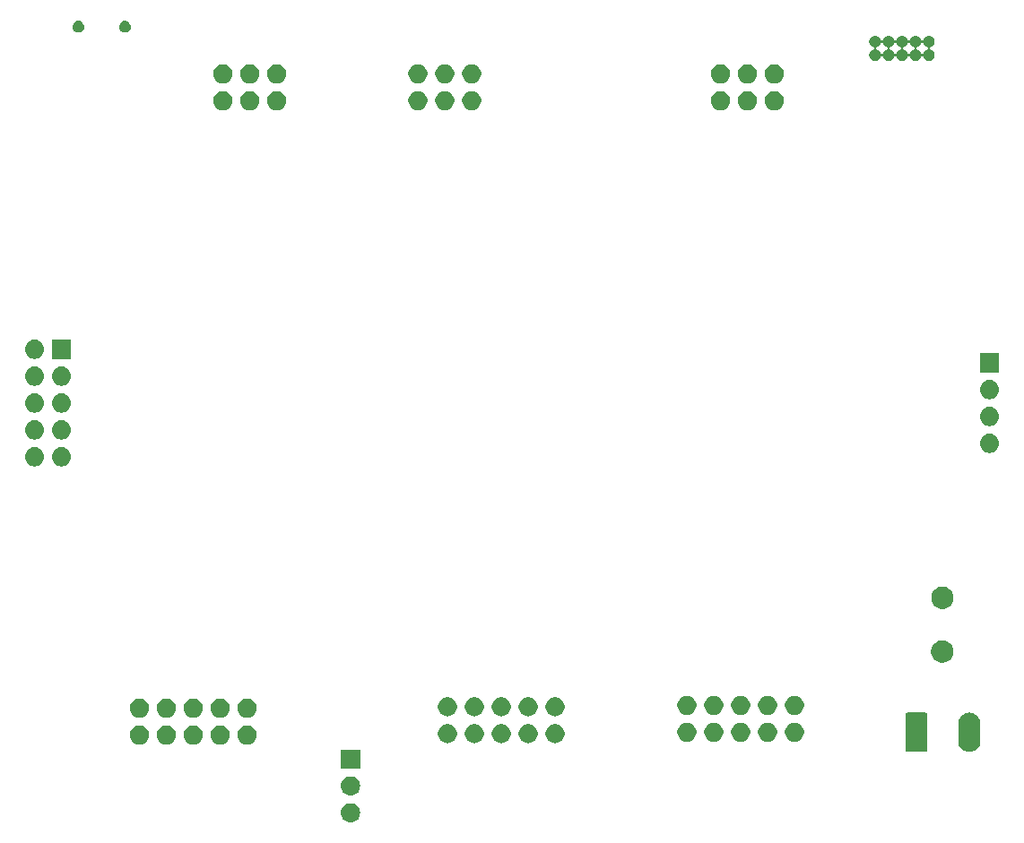
<source format=gbr>
G04 #@! TF.GenerationSoftware,KiCad,Pcbnew,(5.1.4)-1*
G04 #@! TF.CreationDate,2020-09-12T21:15:05+02:00*
G04 #@! TF.ProjectId,SBIO3,5342494f-332e-46b6-9963-61645f706362,rev?*
G04 #@! TF.SameCoordinates,Original*
G04 #@! TF.FileFunction,Soldermask,Bot*
G04 #@! TF.FilePolarity,Negative*
%FSLAX46Y46*%
G04 Gerber Fmt 4.6, Leading zero omitted, Abs format (unit mm)*
G04 Created by KiCad (PCBNEW (5.1.4)-1) date 2020-09-12 21:15:05*
%MOMM*%
%LPD*%
G04 APERTURE LIST*
%ADD10C,0.100000*%
G04 APERTURE END LIST*
D10*
G36*
X108060442Y-127375518D02*
G01*
X108126627Y-127382037D01*
X108296466Y-127433557D01*
X108452991Y-127517222D01*
X108488729Y-127546552D01*
X108590186Y-127629814D01*
X108673448Y-127731271D01*
X108702778Y-127767009D01*
X108786443Y-127923534D01*
X108837963Y-128093373D01*
X108855359Y-128270000D01*
X108837963Y-128446627D01*
X108786443Y-128616466D01*
X108702778Y-128772991D01*
X108673448Y-128808729D01*
X108590186Y-128910186D01*
X108488729Y-128993448D01*
X108452991Y-129022778D01*
X108296466Y-129106443D01*
X108126627Y-129157963D01*
X108060442Y-129164482D01*
X107994260Y-129171000D01*
X107905740Y-129171000D01*
X107839558Y-129164482D01*
X107773373Y-129157963D01*
X107603534Y-129106443D01*
X107447009Y-129022778D01*
X107411271Y-128993448D01*
X107309814Y-128910186D01*
X107226552Y-128808729D01*
X107197222Y-128772991D01*
X107113557Y-128616466D01*
X107062037Y-128446627D01*
X107044641Y-128270000D01*
X107062037Y-128093373D01*
X107113557Y-127923534D01*
X107197222Y-127767009D01*
X107226552Y-127731271D01*
X107309814Y-127629814D01*
X107411271Y-127546552D01*
X107447009Y-127517222D01*
X107603534Y-127433557D01*
X107773373Y-127382037D01*
X107839558Y-127375518D01*
X107905740Y-127369000D01*
X107994260Y-127369000D01*
X108060442Y-127375518D01*
X108060442Y-127375518D01*
G37*
G36*
X108060443Y-124835519D02*
G01*
X108126627Y-124842037D01*
X108296466Y-124893557D01*
X108452991Y-124977222D01*
X108488729Y-125006552D01*
X108590186Y-125089814D01*
X108673448Y-125191271D01*
X108702778Y-125227009D01*
X108786443Y-125383534D01*
X108837963Y-125553373D01*
X108855359Y-125730000D01*
X108837963Y-125906627D01*
X108786443Y-126076466D01*
X108702778Y-126232991D01*
X108673448Y-126268729D01*
X108590186Y-126370186D01*
X108488729Y-126453448D01*
X108452991Y-126482778D01*
X108296466Y-126566443D01*
X108126627Y-126617963D01*
X108060442Y-126624482D01*
X107994260Y-126631000D01*
X107905740Y-126631000D01*
X107839558Y-126624482D01*
X107773373Y-126617963D01*
X107603534Y-126566443D01*
X107447009Y-126482778D01*
X107411271Y-126453448D01*
X107309814Y-126370186D01*
X107226552Y-126268729D01*
X107197222Y-126232991D01*
X107113557Y-126076466D01*
X107062037Y-125906627D01*
X107044641Y-125730000D01*
X107062037Y-125553373D01*
X107113557Y-125383534D01*
X107197222Y-125227009D01*
X107226552Y-125191271D01*
X107309814Y-125089814D01*
X107411271Y-125006552D01*
X107447009Y-124977222D01*
X107603534Y-124893557D01*
X107773373Y-124842037D01*
X107839557Y-124835519D01*
X107905740Y-124829000D01*
X107994260Y-124829000D01*
X108060443Y-124835519D01*
X108060443Y-124835519D01*
G37*
G36*
X108851000Y-124091000D02*
G01*
X107049000Y-124091000D01*
X107049000Y-122289000D01*
X108851000Y-122289000D01*
X108851000Y-124091000D01*
X108851000Y-124091000D01*
G37*
G36*
X166576031Y-118814207D02*
G01*
X166774145Y-118874305D01*
X166774148Y-118874306D01*
X166828872Y-118903557D01*
X166956729Y-118971897D01*
X167116765Y-119103235D01*
X167248103Y-119263271D01*
X167248104Y-119263273D01*
X167345694Y-119445851D01*
X167345694Y-119445852D01*
X167345695Y-119445854D01*
X167405793Y-119643968D01*
X167421000Y-119798370D01*
X167421000Y-121501630D01*
X167405793Y-121656032D01*
X167360603Y-121805000D01*
X167345694Y-121854149D01*
X167293939Y-121950975D01*
X167248103Y-122036729D01*
X167116765Y-122196765D01*
X166956729Y-122328103D01*
X166887976Y-122364852D01*
X166774149Y-122425694D01*
X166774146Y-122425695D01*
X166576032Y-122485793D01*
X166370000Y-122506085D01*
X166163969Y-122485793D01*
X165965855Y-122425695D01*
X165965852Y-122425694D01*
X165852025Y-122364852D01*
X165783272Y-122328103D01*
X165623236Y-122196765D01*
X165491898Y-122036729D01*
X165457904Y-121973130D01*
X165394305Y-121854146D01*
X165334207Y-121656033D01*
X165319000Y-121501631D01*
X165319000Y-119798370D01*
X165334207Y-119643971D01*
X165334207Y-119643969D01*
X165394305Y-119445855D01*
X165394306Y-119445852D01*
X165429521Y-119379970D01*
X165491897Y-119263271D01*
X165623235Y-119103235D01*
X165783271Y-118971897D01*
X165888270Y-118915774D01*
X165965851Y-118874306D01*
X165965854Y-118874305D01*
X166163968Y-118814207D01*
X166370000Y-118793915D01*
X166576031Y-118814207D01*
X166576031Y-118814207D01*
G37*
G36*
X162284852Y-118802840D02*
G01*
X162316443Y-118812423D01*
X162345557Y-118827985D01*
X162371074Y-118848926D01*
X162392015Y-118874443D01*
X162407577Y-118903557D01*
X162417160Y-118935148D01*
X162421000Y-118974140D01*
X162421000Y-122325860D01*
X162417160Y-122364852D01*
X162407577Y-122396443D01*
X162392015Y-122425557D01*
X162371074Y-122451074D01*
X162345557Y-122472015D01*
X162316443Y-122487577D01*
X162284852Y-122497160D01*
X162245860Y-122501000D01*
X160494140Y-122501000D01*
X160455148Y-122497160D01*
X160423557Y-122487577D01*
X160394443Y-122472015D01*
X160368926Y-122451074D01*
X160347985Y-122425557D01*
X160332423Y-122396443D01*
X160322840Y-122364852D01*
X160319000Y-122325860D01*
X160319000Y-118974140D01*
X160322840Y-118935148D01*
X160332423Y-118903557D01*
X160347985Y-118874443D01*
X160368926Y-118848926D01*
X160394443Y-118827985D01*
X160423557Y-118812423D01*
X160455148Y-118802840D01*
X160494140Y-118799000D01*
X162245860Y-118799000D01*
X162284852Y-118802840D01*
X162284852Y-118802840D01*
G37*
G36*
X98284512Y-120007927D02*
G01*
X98433812Y-120037624D01*
X98597784Y-120105544D01*
X98745354Y-120204147D01*
X98870853Y-120329646D01*
X98969456Y-120477216D01*
X99037376Y-120641188D01*
X99072000Y-120815259D01*
X99072000Y-120992741D01*
X99037376Y-121166812D01*
X98969456Y-121330784D01*
X98870853Y-121478354D01*
X98745354Y-121603853D01*
X98597784Y-121702456D01*
X98433812Y-121770376D01*
X98284512Y-121800073D01*
X98259742Y-121805000D01*
X98082258Y-121805000D01*
X98057488Y-121800073D01*
X97908188Y-121770376D01*
X97744216Y-121702456D01*
X97596646Y-121603853D01*
X97471147Y-121478354D01*
X97372544Y-121330784D01*
X97304624Y-121166812D01*
X97270000Y-120992741D01*
X97270000Y-120815259D01*
X97304624Y-120641188D01*
X97372544Y-120477216D01*
X97471147Y-120329646D01*
X97596646Y-120204147D01*
X97744216Y-120105544D01*
X97908188Y-120037624D01*
X98057488Y-120007927D01*
X98082258Y-120003000D01*
X98259742Y-120003000D01*
X98284512Y-120007927D01*
X98284512Y-120007927D01*
G37*
G36*
X88124512Y-120007927D02*
G01*
X88273812Y-120037624D01*
X88437784Y-120105544D01*
X88585354Y-120204147D01*
X88710853Y-120329646D01*
X88809456Y-120477216D01*
X88877376Y-120641188D01*
X88912000Y-120815259D01*
X88912000Y-120992741D01*
X88877376Y-121166812D01*
X88809456Y-121330784D01*
X88710853Y-121478354D01*
X88585354Y-121603853D01*
X88437784Y-121702456D01*
X88273812Y-121770376D01*
X88124512Y-121800073D01*
X88099742Y-121805000D01*
X87922258Y-121805000D01*
X87897488Y-121800073D01*
X87748188Y-121770376D01*
X87584216Y-121702456D01*
X87436646Y-121603853D01*
X87311147Y-121478354D01*
X87212544Y-121330784D01*
X87144624Y-121166812D01*
X87110000Y-120992741D01*
X87110000Y-120815259D01*
X87144624Y-120641188D01*
X87212544Y-120477216D01*
X87311147Y-120329646D01*
X87436646Y-120204147D01*
X87584216Y-120105544D01*
X87748188Y-120037624D01*
X87897488Y-120007927D01*
X87922258Y-120003000D01*
X88099742Y-120003000D01*
X88124512Y-120007927D01*
X88124512Y-120007927D01*
G37*
G36*
X90664512Y-120007927D02*
G01*
X90813812Y-120037624D01*
X90977784Y-120105544D01*
X91125354Y-120204147D01*
X91250853Y-120329646D01*
X91349456Y-120477216D01*
X91417376Y-120641188D01*
X91452000Y-120815259D01*
X91452000Y-120992741D01*
X91417376Y-121166812D01*
X91349456Y-121330784D01*
X91250853Y-121478354D01*
X91125354Y-121603853D01*
X90977784Y-121702456D01*
X90813812Y-121770376D01*
X90664512Y-121800073D01*
X90639742Y-121805000D01*
X90462258Y-121805000D01*
X90437488Y-121800073D01*
X90288188Y-121770376D01*
X90124216Y-121702456D01*
X89976646Y-121603853D01*
X89851147Y-121478354D01*
X89752544Y-121330784D01*
X89684624Y-121166812D01*
X89650000Y-120992741D01*
X89650000Y-120815259D01*
X89684624Y-120641188D01*
X89752544Y-120477216D01*
X89851147Y-120329646D01*
X89976646Y-120204147D01*
X90124216Y-120105544D01*
X90288188Y-120037624D01*
X90437488Y-120007927D01*
X90462258Y-120003000D01*
X90639742Y-120003000D01*
X90664512Y-120007927D01*
X90664512Y-120007927D01*
G37*
G36*
X93204512Y-120007927D02*
G01*
X93353812Y-120037624D01*
X93517784Y-120105544D01*
X93665354Y-120204147D01*
X93790853Y-120329646D01*
X93889456Y-120477216D01*
X93957376Y-120641188D01*
X93992000Y-120815259D01*
X93992000Y-120992741D01*
X93957376Y-121166812D01*
X93889456Y-121330784D01*
X93790853Y-121478354D01*
X93665354Y-121603853D01*
X93517784Y-121702456D01*
X93353812Y-121770376D01*
X93204512Y-121800073D01*
X93179742Y-121805000D01*
X93002258Y-121805000D01*
X92977488Y-121800073D01*
X92828188Y-121770376D01*
X92664216Y-121702456D01*
X92516646Y-121603853D01*
X92391147Y-121478354D01*
X92292544Y-121330784D01*
X92224624Y-121166812D01*
X92190000Y-120992741D01*
X92190000Y-120815259D01*
X92224624Y-120641188D01*
X92292544Y-120477216D01*
X92391147Y-120329646D01*
X92516646Y-120204147D01*
X92664216Y-120105544D01*
X92828188Y-120037624D01*
X92977488Y-120007927D01*
X93002258Y-120003000D01*
X93179742Y-120003000D01*
X93204512Y-120007927D01*
X93204512Y-120007927D01*
G37*
G36*
X95744512Y-120007927D02*
G01*
X95893812Y-120037624D01*
X96057784Y-120105544D01*
X96205354Y-120204147D01*
X96330853Y-120329646D01*
X96429456Y-120477216D01*
X96497376Y-120641188D01*
X96532000Y-120815259D01*
X96532000Y-120992741D01*
X96497376Y-121166812D01*
X96429456Y-121330784D01*
X96330853Y-121478354D01*
X96205354Y-121603853D01*
X96057784Y-121702456D01*
X95893812Y-121770376D01*
X95744512Y-121800073D01*
X95719742Y-121805000D01*
X95542258Y-121805000D01*
X95517488Y-121800073D01*
X95368188Y-121770376D01*
X95204216Y-121702456D01*
X95056646Y-121603853D01*
X94931147Y-121478354D01*
X94832544Y-121330784D01*
X94764624Y-121166812D01*
X94730000Y-120992741D01*
X94730000Y-120815259D01*
X94764624Y-120641188D01*
X94832544Y-120477216D01*
X94931147Y-120329646D01*
X95056646Y-120204147D01*
X95204216Y-120105544D01*
X95368188Y-120037624D01*
X95517488Y-120007927D01*
X95542258Y-120003000D01*
X95719742Y-120003000D01*
X95744512Y-120007927D01*
X95744512Y-120007927D01*
G37*
G36*
X119747512Y-119880927D02*
G01*
X119896812Y-119910624D01*
X120060784Y-119978544D01*
X120208354Y-120077147D01*
X120333853Y-120202646D01*
X120432456Y-120350216D01*
X120500376Y-120514188D01*
X120535000Y-120688259D01*
X120535000Y-120865741D01*
X120500376Y-121039812D01*
X120432456Y-121203784D01*
X120333853Y-121351354D01*
X120208354Y-121476853D01*
X120060784Y-121575456D01*
X119896812Y-121643376D01*
X119747512Y-121673073D01*
X119722742Y-121678000D01*
X119545258Y-121678000D01*
X119520488Y-121673073D01*
X119371188Y-121643376D01*
X119207216Y-121575456D01*
X119059646Y-121476853D01*
X118934147Y-121351354D01*
X118835544Y-121203784D01*
X118767624Y-121039812D01*
X118733000Y-120865741D01*
X118733000Y-120688259D01*
X118767624Y-120514188D01*
X118835544Y-120350216D01*
X118934147Y-120202646D01*
X119059646Y-120077147D01*
X119207216Y-119978544D01*
X119371188Y-119910624D01*
X119520488Y-119880927D01*
X119545258Y-119876000D01*
X119722742Y-119876000D01*
X119747512Y-119880927D01*
X119747512Y-119880927D01*
G37*
G36*
X117207512Y-119880927D02*
G01*
X117356812Y-119910624D01*
X117520784Y-119978544D01*
X117668354Y-120077147D01*
X117793853Y-120202646D01*
X117892456Y-120350216D01*
X117960376Y-120514188D01*
X117995000Y-120688259D01*
X117995000Y-120865741D01*
X117960376Y-121039812D01*
X117892456Y-121203784D01*
X117793853Y-121351354D01*
X117668354Y-121476853D01*
X117520784Y-121575456D01*
X117356812Y-121643376D01*
X117207512Y-121673073D01*
X117182742Y-121678000D01*
X117005258Y-121678000D01*
X116980488Y-121673073D01*
X116831188Y-121643376D01*
X116667216Y-121575456D01*
X116519646Y-121476853D01*
X116394147Y-121351354D01*
X116295544Y-121203784D01*
X116227624Y-121039812D01*
X116193000Y-120865741D01*
X116193000Y-120688259D01*
X116227624Y-120514188D01*
X116295544Y-120350216D01*
X116394147Y-120202646D01*
X116519646Y-120077147D01*
X116667216Y-119978544D01*
X116831188Y-119910624D01*
X116980488Y-119880927D01*
X117005258Y-119876000D01*
X117182742Y-119876000D01*
X117207512Y-119880927D01*
X117207512Y-119880927D01*
G37*
G36*
X122287512Y-119880927D02*
G01*
X122436812Y-119910624D01*
X122600784Y-119978544D01*
X122748354Y-120077147D01*
X122873853Y-120202646D01*
X122972456Y-120350216D01*
X123040376Y-120514188D01*
X123075000Y-120688259D01*
X123075000Y-120865741D01*
X123040376Y-121039812D01*
X122972456Y-121203784D01*
X122873853Y-121351354D01*
X122748354Y-121476853D01*
X122600784Y-121575456D01*
X122436812Y-121643376D01*
X122287512Y-121673073D01*
X122262742Y-121678000D01*
X122085258Y-121678000D01*
X122060488Y-121673073D01*
X121911188Y-121643376D01*
X121747216Y-121575456D01*
X121599646Y-121476853D01*
X121474147Y-121351354D01*
X121375544Y-121203784D01*
X121307624Y-121039812D01*
X121273000Y-120865741D01*
X121273000Y-120688259D01*
X121307624Y-120514188D01*
X121375544Y-120350216D01*
X121474147Y-120202646D01*
X121599646Y-120077147D01*
X121747216Y-119978544D01*
X121911188Y-119910624D01*
X122060488Y-119880927D01*
X122085258Y-119876000D01*
X122262742Y-119876000D01*
X122287512Y-119880927D01*
X122287512Y-119880927D01*
G37*
G36*
X124827512Y-119880927D02*
G01*
X124976812Y-119910624D01*
X125140784Y-119978544D01*
X125288354Y-120077147D01*
X125413853Y-120202646D01*
X125512456Y-120350216D01*
X125580376Y-120514188D01*
X125615000Y-120688259D01*
X125615000Y-120865741D01*
X125580376Y-121039812D01*
X125512456Y-121203784D01*
X125413853Y-121351354D01*
X125288354Y-121476853D01*
X125140784Y-121575456D01*
X124976812Y-121643376D01*
X124827512Y-121673073D01*
X124802742Y-121678000D01*
X124625258Y-121678000D01*
X124600488Y-121673073D01*
X124451188Y-121643376D01*
X124287216Y-121575456D01*
X124139646Y-121476853D01*
X124014147Y-121351354D01*
X123915544Y-121203784D01*
X123847624Y-121039812D01*
X123813000Y-120865741D01*
X123813000Y-120688259D01*
X123847624Y-120514188D01*
X123915544Y-120350216D01*
X124014147Y-120202646D01*
X124139646Y-120077147D01*
X124287216Y-119978544D01*
X124451188Y-119910624D01*
X124600488Y-119880927D01*
X124625258Y-119876000D01*
X124802742Y-119876000D01*
X124827512Y-119880927D01*
X124827512Y-119880927D01*
G37*
G36*
X127367512Y-119880927D02*
G01*
X127516812Y-119910624D01*
X127680784Y-119978544D01*
X127828354Y-120077147D01*
X127953853Y-120202646D01*
X128052456Y-120350216D01*
X128120376Y-120514188D01*
X128155000Y-120688259D01*
X128155000Y-120865741D01*
X128120376Y-121039812D01*
X128052456Y-121203784D01*
X127953853Y-121351354D01*
X127828354Y-121476853D01*
X127680784Y-121575456D01*
X127516812Y-121643376D01*
X127367512Y-121673073D01*
X127342742Y-121678000D01*
X127165258Y-121678000D01*
X127140488Y-121673073D01*
X126991188Y-121643376D01*
X126827216Y-121575456D01*
X126679646Y-121476853D01*
X126554147Y-121351354D01*
X126455544Y-121203784D01*
X126387624Y-121039812D01*
X126353000Y-120865741D01*
X126353000Y-120688259D01*
X126387624Y-120514188D01*
X126455544Y-120350216D01*
X126554147Y-120202646D01*
X126679646Y-120077147D01*
X126827216Y-119978544D01*
X126991188Y-119910624D01*
X127140488Y-119880927D01*
X127165258Y-119876000D01*
X127342742Y-119876000D01*
X127367512Y-119880927D01*
X127367512Y-119880927D01*
G37*
G36*
X149973512Y-119753927D02*
G01*
X150122812Y-119783624D01*
X150286784Y-119851544D01*
X150434354Y-119950147D01*
X150559853Y-120075646D01*
X150658456Y-120223216D01*
X150726376Y-120387188D01*
X150761000Y-120561259D01*
X150761000Y-120738741D01*
X150726376Y-120912812D01*
X150658456Y-121076784D01*
X150559853Y-121224354D01*
X150434354Y-121349853D01*
X150286784Y-121448456D01*
X150122812Y-121516376D01*
X149973512Y-121546073D01*
X149948742Y-121551000D01*
X149771258Y-121551000D01*
X149746488Y-121546073D01*
X149597188Y-121516376D01*
X149433216Y-121448456D01*
X149285646Y-121349853D01*
X149160147Y-121224354D01*
X149061544Y-121076784D01*
X148993624Y-120912812D01*
X148959000Y-120738741D01*
X148959000Y-120561259D01*
X148993624Y-120387188D01*
X149061544Y-120223216D01*
X149160147Y-120075646D01*
X149285646Y-119950147D01*
X149433216Y-119851544D01*
X149597188Y-119783624D01*
X149746488Y-119753927D01*
X149771258Y-119749000D01*
X149948742Y-119749000D01*
X149973512Y-119753927D01*
X149973512Y-119753927D01*
G37*
G36*
X147433512Y-119753927D02*
G01*
X147582812Y-119783624D01*
X147746784Y-119851544D01*
X147894354Y-119950147D01*
X148019853Y-120075646D01*
X148118456Y-120223216D01*
X148186376Y-120387188D01*
X148221000Y-120561259D01*
X148221000Y-120738741D01*
X148186376Y-120912812D01*
X148118456Y-121076784D01*
X148019853Y-121224354D01*
X147894354Y-121349853D01*
X147746784Y-121448456D01*
X147582812Y-121516376D01*
X147433512Y-121546073D01*
X147408742Y-121551000D01*
X147231258Y-121551000D01*
X147206488Y-121546073D01*
X147057188Y-121516376D01*
X146893216Y-121448456D01*
X146745646Y-121349853D01*
X146620147Y-121224354D01*
X146521544Y-121076784D01*
X146453624Y-120912812D01*
X146419000Y-120738741D01*
X146419000Y-120561259D01*
X146453624Y-120387188D01*
X146521544Y-120223216D01*
X146620147Y-120075646D01*
X146745646Y-119950147D01*
X146893216Y-119851544D01*
X147057188Y-119783624D01*
X147206488Y-119753927D01*
X147231258Y-119749000D01*
X147408742Y-119749000D01*
X147433512Y-119753927D01*
X147433512Y-119753927D01*
G37*
G36*
X144893512Y-119753927D02*
G01*
X145042812Y-119783624D01*
X145206784Y-119851544D01*
X145354354Y-119950147D01*
X145479853Y-120075646D01*
X145578456Y-120223216D01*
X145646376Y-120387188D01*
X145681000Y-120561259D01*
X145681000Y-120738741D01*
X145646376Y-120912812D01*
X145578456Y-121076784D01*
X145479853Y-121224354D01*
X145354354Y-121349853D01*
X145206784Y-121448456D01*
X145042812Y-121516376D01*
X144893512Y-121546073D01*
X144868742Y-121551000D01*
X144691258Y-121551000D01*
X144666488Y-121546073D01*
X144517188Y-121516376D01*
X144353216Y-121448456D01*
X144205646Y-121349853D01*
X144080147Y-121224354D01*
X143981544Y-121076784D01*
X143913624Y-120912812D01*
X143879000Y-120738741D01*
X143879000Y-120561259D01*
X143913624Y-120387188D01*
X143981544Y-120223216D01*
X144080147Y-120075646D01*
X144205646Y-119950147D01*
X144353216Y-119851544D01*
X144517188Y-119783624D01*
X144666488Y-119753927D01*
X144691258Y-119749000D01*
X144868742Y-119749000D01*
X144893512Y-119753927D01*
X144893512Y-119753927D01*
G37*
G36*
X142353512Y-119753927D02*
G01*
X142502812Y-119783624D01*
X142666784Y-119851544D01*
X142814354Y-119950147D01*
X142939853Y-120075646D01*
X143038456Y-120223216D01*
X143106376Y-120387188D01*
X143141000Y-120561259D01*
X143141000Y-120738741D01*
X143106376Y-120912812D01*
X143038456Y-121076784D01*
X142939853Y-121224354D01*
X142814354Y-121349853D01*
X142666784Y-121448456D01*
X142502812Y-121516376D01*
X142353512Y-121546073D01*
X142328742Y-121551000D01*
X142151258Y-121551000D01*
X142126488Y-121546073D01*
X141977188Y-121516376D01*
X141813216Y-121448456D01*
X141665646Y-121349853D01*
X141540147Y-121224354D01*
X141441544Y-121076784D01*
X141373624Y-120912812D01*
X141339000Y-120738741D01*
X141339000Y-120561259D01*
X141373624Y-120387188D01*
X141441544Y-120223216D01*
X141540147Y-120075646D01*
X141665646Y-119950147D01*
X141813216Y-119851544D01*
X141977188Y-119783624D01*
X142126488Y-119753927D01*
X142151258Y-119749000D01*
X142328742Y-119749000D01*
X142353512Y-119753927D01*
X142353512Y-119753927D01*
G37*
G36*
X139813512Y-119753927D02*
G01*
X139962812Y-119783624D01*
X140126784Y-119851544D01*
X140274354Y-119950147D01*
X140399853Y-120075646D01*
X140498456Y-120223216D01*
X140566376Y-120387188D01*
X140601000Y-120561259D01*
X140601000Y-120738741D01*
X140566376Y-120912812D01*
X140498456Y-121076784D01*
X140399853Y-121224354D01*
X140274354Y-121349853D01*
X140126784Y-121448456D01*
X139962812Y-121516376D01*
X139813512Y-121546073D01*
X139788742Y-121551000D01*
X139611258Y-121551000D01*
X139586488Y-121546073D01*
X139437188Y-121516376D01*
X139273216Y-121448456D01*
X139125646Y-121349853D01*
X139000147Y-121224354D01*
X138901544Y-121076784D01*
X138833624Y-120912812D01*
X138799000Y-120738741D01*
X138799000Y-120561259D01*
X138833624Y-120387188D01*
X138901544Y-120223216D01*
X139000147Y-120075646D01*
X139125646Y-119950147D01*
X139273216Y-119851544D01*
X139437188Y-119783624D01*
X139586488Y-119753927D01*
X139611258Y-119749000D01*
X139788742Y-119749000D01*
X139813512Y-119753927D01*
X139813512Y-119753927D01*
G37*
G36*
X93204512Y-117467927D02*
G01*
X93353812Y-117497624D01*
X93517784Y-117565544D01*
X93665354Y-117664147D01*
X93790853Y-117789646D01*
X93889456Y-117937216D01*
X93957376Y-118101188D01*
X93992000Y-118275259D01*
X93992000Y-118452741D01*
X93957376Y-118626812D01*
X93889456Y-118790784D01*
X93790853Y-118938354D01*
X93665354Y-119063853D01*
X93517784Y-119162456D01*
X93353812Y-119230376D01*
X93204512Y-119260073D01*
X93179742Y-119265000D01*
X93002258Y-119265000D01*
X92977488Y-119260073D01*
X92828188Y-119230376D01*
X92664216Y-119162456D01*
X92516646Y-119063853D01*
X92391147Y-118938354D01*
X92292544Y-118790784D01*
X92224624Y-118626812D01*
X92190000Y-118452741D01*
X92190000Y-118275259D01*
X92224624Y-118101188D01*
X92292544Y-117937216D01*
X92391147Y-117789646D01*
X92516646Y-117664147D01*
X92664216Y-117565544D01*
X92828188Y-117497624D01*
X92977488Y-117467927D01*
X93002258Y-117463000D01*
X93179742Y-117463000D01*
X93204512Y-117467927D01*
X93204512Y-117467927D01*
G37*
G36*
X88124512Y-117467927D02*
G01*
X88273812Y-117497624D01*
X88437784Y-117565544D01*
X88585354Y-117664147D01*
X88710853Y-117789646D01*
X88809456Y-117937216D01*
X88877376Y-118101188D01*
X88912000Y-118275259D01*
X88912000Y-118452741D01*
X88877376Y-118626812D01*
X88809456Y-118790784D01*
X88710853Y-118938354D01*
X88585354Y-119063853D01*
X88437784Y-119162456D01*
X88273812Y-119230376D01*
X88124512Y-119260073D01*
X88099742Y-119265000D01*
X87922258Y-119265000D01*
X87897488Y-119260073D01*
X87748188Y-119230376D01*
X87584216Y-119162456D01*
X87436646Y-119063853D01*
X87311147Y-118938354D01*
X87212544Y-118790784D01*
X87144624Y-118626812D01*
X87110000Y-118452741D01*
X87110000Y-118275259D01*
X87144624Y-118101188D01*
X87212544Y-117937216D01*
X87311147Y-117789646D01*
X87436646Y-117664147D01*
X87584216Y-117565544D01*
X87748188Y-117497624D01*
X87897488Y-117467927D01*
X87922258Y-117463000D01*
X88099742Y-117463000D01*
X88124512Y-117467927D01*
X88124512Y-117467927D01*
G37*
G36*
X95744512Y-117467927D02*
G01*
X95893812Y-117497624D01*
X96057784Y-117565544D01*
X96205354Y-117664147D01*
X96330853Y-117789646D01*
X96429456Y-117937216D01*
X96497376Y-118101188D01*
X96532000Y-118275259D01*
X96532000Y-118452741D01*
X96497376Y-118626812D01*
X96429456Y-118790784D01*
X96330853Y-118938354D01*
X96205354Y-119063853D01*
X96057784Y-119162456D01*
X95893812Y-119230376D01*
X95744512Y-119260073D01*
X95719742Y-119265000D01*
X95542258Y-119265000D01*
X95517488Y-119260073D01*
X95368188Y-119230376D01*
X95204216Y-119162456D01*
X95056646Y-119063853D01*
X94931147Y-118938354D01*
X94832544Y-118790784D01*
X94764624Y-118626812D01*
X94730000Y-118452741D01*
X94730000Y-118275259D01*
X94764624Y-118101188D01*
X94832544Y-117937216D01*
X94931147Y-117789646D01*
X95056646Y-117664147D01*
X95204216Y-117565544D01*
X95368188Y-117497624D01*
X95517488Y-117467927D01*
X95542258Y-117463000D01*
X95719742Y-117463000D01*
X95744512Y-117467927D01*
X95744512Y-117467927D01*
G37*
G36*
X98284512Y-117467927D02*
G01*
X98433812Y-117497624D01*
X98597784Y-117565544D01*
X98745354Y-117664147D01*
X98870853Y-117789646D01*
X98969456Y-117937216D01*
X99037376Y-118101188D01*
X99072000Y-118275259D01*
X99072000Y-118452741D01*
X99037376Y-118626812D01*
X98969456Y-118790784D01*
X98870853Y-118938354D01*
X98745354Y-119063853D01*
X98597784Y-119162456D01*
X98433812Y-119230376D01*
X98284512Y-119260073D01*
X98259742Y-119265000D01*
X98082258Y-119265000D01*
X98057488Y-119260073D01*
X97908188Y-119230376D01*
X97744216Y-119162456D01*
X97596646Y-119063853D01*
X97471147Y-118938354D01*
X97372544Y-118790784D01*
X97304624Y-118626812D01*
X97270000Y-118452741D01*
X97270000Y-118275259D01*
X97304624Y-118101188D01*
X97372544Y-117937216D01*
X97471147Y-117789646D01*
X97596646Y-117664147D01*
X97744216Y-117565544D01*
X97908188Y-117497624D01*
X98057488Y-117467927D01*
X98082258Y-117463000D01*
X98259742Y-117463000D01*
X98284512Y-117467927D01*
X98284512Y-117467927D01*
G37*
G36*
X90664512Y-117467927D02*
G01*
X90813812Y-117497624D01*
X90977784Y-117565544D01*
X91125354Y-117664147D01*
X91250853Y-117789646D01*
X91349456Y-117937216D01*
X91417376Y-118101188D01*
X91452000Y-118275259D01*
X91452000Y-118452741D01*
X91417376Y-118626812D01*
X91349456Y-118790784D01*
X91250853Y-118938354D01*
X91125354Y-119063853D01*
X90977784Y-119162456D01*
X90813812Y-119230376D01*
X90664512Y-119260073D01*
X90639742Y-119265000D01*
X90462258Y-119265000D01*
X90437488Y-119260073D01*
X90288188Y-119230376D01*
X90124216Y-119162456D01*
X89976646Y-119063853D01*
X89851147Y-118938354D01*
X89752544Y-118790784D01*
X89684624Y-118626812D01*
X89650000Y-118452741D01*
X89650000Y-118275259D01*
X89684624Y-118101188D01*
X89752544Y-117937216D01*
X89851147Y-117789646D01*
X89976646Y-117664147D01*
X90124216Y-117565544D01*
X90288188Y-117497624D01*
X90437488Y-117467927D01*
X90462258Y-117463000D01*
X90639742Y-117463000D01*
X90664512Y-117467927D01*
X90664512Y-117467927D01*
G37*
G36*
X127367512Y-117340927D02*
G01*
X127516812Y-117370624D01*
X127680784Y-117438544D01*
X127828354Y-117537147D01*
X127953853Y-117662646D01*
X128052456Y-117810216D01*
X128120376Y-117974188D01*
X128155000Y-118148259D01*
X128155000Y-118325741D01*
X128120376Y-118499812D01*
X128052456Y-118663784D01*
X127953853Y-118811354D01*
X127828354Y-118936853D01*
X127680784Y-119035456D01*
X127516812Y-119103376D01*
X127367512Y-119133073D01*
X127342742Y-119138000D01*
X127165258Y-119138000D01*
X127140488Y-119133073D01*
X126991188Y-119103376D01*
X126827216Y-119035456D01*
X126679646Y-118936853D01*
X126554147Y-118811354D01*
X126455544Y-118663784D01*
X126387624Y-118499812D01*
X126353000Y-118325741D01*
X126353000Y-118148259D01*
X126387624Y-117974188D01*
X126455544Y-117810216D01*
X126554147Y-117662646D01*
X126679646Y-117537147D01*
X126827216Y-117438544D01*
X126991188Y-117370624D01*
X127140488Y-117340927D01*
X127165258Y-117336000D01*
X127342742Y-117336000D01*
X127367512Y-117340927D01*
X127367512Y-117340927D01*
G37*
G36*
X122287512Y-117340927D02*
G01*
X122436812Y-117370624D01*
X122600784Y-117438544D01*
X122748354Y-117537147D01*
X122873853Y-117662646D01*
X122972456Y-117810216D01*
X123040376Y-117974188D01*
X123075000Y-118148259D01*
X123075000Y-118325741D01*
X123040376Y-118499812D01*
X122972456Y-118663784D01*
X122873853Y-118811354D01*
X122748354Y-118936853D01*
X122600784Y-119035456D01*
X122436812Y-119103376D01*
X122287512Y-119133073D01*
X122262742Y-119138000D01*
X122085258Y-119138000D01*
X122060488Y-119133073D01*
X121911188Y-119103376D01*
X121747216Y-119035456D01*
X121599646Y-118936853D01*
X121474147Y-118811354D01*
X121375544Y-118663784D01*
X121307624Y-118499812D01*
X121273000Y-118325741D01*
X121273000Y-118148259D01*
X121307624Y-117974188D01*
X121375544Y-117810216D01*
X121474147Y-117662646D01*
X121599646Y-117537147D01*
X121747216Y-117438544D01*
X121911188Y-117370624D01*
X122060488Y-117340927D01*
X122085258Y-117336000D01*
X122262742Y-117336000D01*
X122287512Y-117340927D01*
X122287512Y-117340927D01*
G37*
G36*
X117207512Y-117340927D02*
G01*
X117356812Y-117370624D01*
X117520784Y-117438544D01*
X117668354Y-117537147D01*
X117793853Y-117662646D01*
X117892456Y-117810216D01*
X117960376Y-117974188D01*
X117995000Y-118148259D01*
X117995000Y-118325741D01*
X117960376Y-118499812D01*
X117892456Y-118663784D01*
X117793853Y-118811354D01*
X117668354Y-118936853D01*
X117520784Y-119035456D01*
X117356812Y-119103376D01*
X117207512Y-119133073D01*
X117182742Y-119138000D01*
X117005258Y-119138000D01*
X116980488Y-119133073D01*
X116831188Y-119103376D01*
X116667216Y-119035456D01*
X116519646Y-118936853D01*
X116394147Y-118811354D01*
X116295544Y-118663784D01*
X116227624Y-118499812D01*
X116193000Y-118325741D01*
X116193000Y-118148259D01*
X116227624Y-117974188D01*
X116295544Y-117810216D01*
X116394147Y-117662646D01*
X116519646Y-117537147D01*
X116667216Y-117438544D01*
X116831188Y-117370624D01*
X116980488Y-117340927D01*
X117005258Y-117336000D01*
X117182742Y-117336000D01*
X117207512Y-117340927D01*
X117207512Y-117340927D01*
G37*
G36*
X119747512Y-117340927D02*
G01*
X119896812Y-117370624D01*
X120060784Y-117438544D01*
X120208354Y-117537147D01*
X120333853Y-117662646D01*
X120432456Y-117810216D01*
X120500376Y-117974188D01*
X120535000Y-118148259D01*
X120535000Y-118325741D01*
X120500376Y-118499812D01*
X120432456Y-118663784D01*
X120333853Y-118811354D01*
X120208354Y-118936853D01*
X120060784Y-119035456D01*
X119896812Y-119103376D01*
X119747512Y-119133073D01*
X119722742Y-119138000D01*
X119545258Y-119138000D01*
X119520488Y-119133073D01*
X119371188Y-119103376D01*
X119207216Y-119035456D01*
X119059646Y-118936853D01*
X118934147Y-118811354D01*
X118835544Y-118663784D01*
X118767624Y-118499812D01*
X118733000Y-118325741D01*
X118733000Y-118148259D01*
X118767624Y-117974188D01*
X118835544Y-117810216D01*
X118934147Y-117662646D01*
X119059646Y-117537147D01*
X119207216Y-117438544D01*
X119371188Y-117370624D01*
X119520488Y-117340927D01*
X119545258Y-117336000D01*
X119722742Y-117336000D01*
X119747512Y-117340927D01*
X119747512Y-117340927D01*
G37*
G36*
X124827512Y-117340927D02*
G01*
X124976812Y-117370624D01*
X125140784Y-117438544D01*
X125288354Y-117537147D01*
X125413853Y-117662646D01*
X125512456Y-117810216D01*
X125580376Y-117974188D01*
X125615000Y-118148259D01*
X125615000Y-118325741D01*
X125580376Y-118499812D01*
X125512456Y-118663784D01*
X125413853Y-118811354D01*
X125288354Y-118936853D01*
X125140784Y-119035456D01*
X124976812Y-119103376D01*
X124827512Y-119133073D01*
X124802742Y-119138000D01*
X124625258Y-119138000D01*
X124600488Y-119133073D01*
X124451188Y-119103376D01*
X124287216Y-119035456D01*
X124139646Y-118936853D01*
X124014147Y-118811354D01*
X123915544Y-118663784D01*
X123847624Y-118499812D01*
X123813000Y-118325741D01*
X123813000Y-118148259D01*
X123847624Y-117974188D01*
X123915544Y-117810216D01*
X124014147Y-117662646D01*
X124139646Y-117537147D01*
X124287216Y-117438544D01*
X124451188Y-117370624D01*
X124600488Y-117340927D01*
X124625258Y-117336000D01*
X124802742Y-117336000D01*
X124827512Y-117340927D01*
X124827512Y-117340927D01*
G37*
G36*
X142353512Y-117213927D02*
G01*
X142502812Y-117243624D01*
X142666784Y-117311544D01*
X142814354Y-117410147D01*
X142939853Y-117535646D01*
X143038456Y-117683216D01*
X143106376Y-117847188D01*
X143141000Y-118021259D01*
X143141000Y-118198741D01*
X143106376Y-118372812D01*
X143038456Y-118536784D01*
X142939853Y-118684354D01*
X142814354Y-118809853D01*
X142666784Y-118908456D01*
X142502812Y-118976376D01*
X142353512Y-119006073D01*
X142328742Y-119011000D01*
X142151258Y-119011000D01*
X142126488Y-119006073D01*
X141977188Y-118976376D01*
X141813216Y-118908456D01*
X141665646Y-118809853D01*
X141540147Y-118684354D01*
X141441544Y-118536784D01*
X141373624Y-118372812D01*
X141339000Y-118198741D01*
X141339000Y-118021259D01*
X141373624Y-117847188D01*
X141441544Y-117683216D01*
X141540147Y-117535646D01*
X141665646Y-117410147D01*
X141813216Y-117311544D01*
X141977188Y-117243624D01*
X142126488Y-117213927D01*
X142151258Y-117209000D01*
X142328742Y-117209000D01*
X142353512Y-117213927D01*
X142353512Y-117213927D01*
G37*
G36*
X139813512Y-117213927D02*
G01*
X139962812Y-117243624D01*
X140126784Y-117311544D01*
X140274354Y-117410147D01*
X140399853Y-117535646D01*
X140498456Y-117683216D01*
X140566376Y-117847188D01*
X140601000Y-118021259D01*
X140601000Y-118198741D01*
X140566376Y-118372812D01*
X140498456Y-118536784D01*
X140399853Y-118684354D01*
X140274354Y-118809853D01*
X140126784Y-118908456D01*
X139962812Y-118976376D01*
X139813512Y-119006073D01*
X139788742Y-119011000D01*
X139611258Y-119011000D01*
X139586488Y-119006073D01*
X139437188Y-118976376D01*
X139273216Y-118908456D01*
X139125646Y-118809853D01*
X139000147Y-118684354D01*
X138901544Y-118536784D01*
X138833624Y-118372812D01*
X138799000Y-118198741D01*
X138799000Y-118021259D01*
X138833624Y-117847188D01*
X138901544Y-117683216D01*
X139000147Y-117535646D01*
X139125646Y-117410147D01*
X139273216Y-117311544D01*
X139437188Y-117243624D01*
X139586488Y-117213927D01*
X139611258Y-117209000D01*
X139788742Y-117209000D01*
X139813512Y-117213927D01*
X139813512Y-117213927D01*
G37*
G36*
X144893512Y-117213927D02*
G01*
X145042812Y-117243624D01*
X145206784Y-117311544D01*
X145354354Y-117410147D01*
X145479853Y-117535646D01*
X145578456Y-117683216D01*
X145646376Y-117847188D01*
X145681000Y-118021259D01*
X145681000Y-118198741D01*
X145646376Y-118372812D01*
X145578456Y-118536784D01*
X145479853Y-118684354D01*
X145354354Y-118809853D01*
X145206784Y-118908456D01*
X145042812Y-118976376D01*
X144893512Y-119006073D01*
X144868742Y-119011000D01*
X144691258Y-119011000D01*
X144666488Y-119006073D01*
X144517188Y-118976376D01*
X144353216Y-118908456D01*
X144205646Y-118809853D01*
X144080147Y-118684354D01*
X143981544Y-118536784D01*
X143913624Y-118372812D01*
X143879000Y-118198741D01*
X143879000Y-118021259D01*
X143913624Y-117847188D01*
X143981544Y-117683216D01*
X144080147Y-117535646D01*
X144205646Y-117410147D01*
X144353216Y-117311544D01*
X144517188Y-117243624D01*
X144666488Y-117213927D01*
X144691258Y-117209000D01*
X144868742Y-117209000D01*
X144893512Y-117213927D01*
X144893512Y-117213927D01*
G37*
G36*
X149973512Y-117213927D02*
G01*
X150122812Y-117243624D01*
X150286784Y-117311544D01*
X150434354Y-117410147D01*
X150559853Y-117535646D01*
X150658456Y-117683216D01*
X150726376Y-117847188D01*
X150761000Y-118021259D01*
X150761000Y-118198741D01*
X150726376Y-118372812D01*
X150658456Y-118536784D01*
X150559853Y-118684354D01*
X150434354Y-118809853D01*
X150286784Y-118908456D01*
X150122812Y-118976376D01*
X149973512Y-119006073D01*
X149948742Y-119011000D01*
X149771258Y-119011000D01*
X149746488Y-119006073D01*
X149597188Y-118976376D01*
X149433216Y-118908456D01*
X149285646Y-118809853D01*
X149160147Y-118684354D01*
X149061544Y-118536784D01*
X148993624Y-118372812D01*
X148959000Y-118198741D01*
X148959000Y-118021259D01*
X148993624Y-117847188D01*
X149061544Y-117683216D01*
X149160147Y-117535646D01*
X149285646Y-117410147D01*
X149433216Y-117311544D01*
X149597188Y-117243624D01*
X149746488Y-117213927D01*
X149771258Y-117209000D01*
X149948742Y-117209000D01*
X149973512Y-117213927D01*
X149973512Y-117213927D01*
G37*
G36*
X147433512Y-117213927D02*
G01*
X147582812Y-117243624D01*
X147746784Y-117311544D01*
X147894354Y-117410147D01*
X148019853Y-117535646D01*
X148118456Y-117683216D01*
X148186376Y-117847188D01*
X148221000Y-118021259D01*
X148221000Y-118198741D01*
X148186376Y-118372812D01*
X148118456Y-118536784D01*
X148019853Y-118684354D01*
X147894354Y-118809853D01*
X147746784Y-118908456D01*
X147582812Y-118976376D01*
X147433512Y-119006073D01*
X147408742Y-119011000D01*
X147231258Y-119011000D01*
X147206488Y-119006073D01*
X147057188Y-118976376D01*
X146893216Y-118908456D01*
X146745646Y-118809853D01*
X146620147Y-118684354D01*
X146521544Y-118536784D01*
X146453624Y-118372812D01*
X146419000Y-118198741D01*
X146419000Y-118021259D01*
X146453624Y-117847188D01*
X146521544Y-117683216D01*
X146620147Y-117535646D01*
X146745646Y-117410147D01*
X146893216Y-117311544D01*
X147057188Y-117243624D01*
X147206488Y-117213927D01*
X147231258Y-117209000D01*
X147408742Y-117209000D01*
X147433512Y-117213927D01*
X147433512Y-117213927D01*
G37*
G36*
X164126564Y-112019389D02*
G01*
X164317833Y-112098615D01*
X164317835Y-112098616D01*
X164489973Y-112213635D01*
X164636365Y-112360027D01*
X164751385Y-112532167D01*
X164830611Y-112723436D01*
X164871000Y-112926484D01*
X164871000Y-113133516D01*
X164830611Y-113336564D01*
X164751385Y-113527833D01*
X164751384Y-113527835D01*
X164636365Y-113699973D01*
X164489973Y-113846365D01*
X164317835Y-113961384D01*
X164317834Y-113961385D01*
X164317833Y-113961385D01*
X164126564Y-114040611D01*
X163923516Y-114081000D01*
X163716484Y-114081000D01*
X163513436Y-114040611D01*
X163322167Y-113961385D01*
X163322166Y-113961385D01*
X163322165Y-113961384D01*
X163150027Y-113846365D01*
X163003635Y-113699973D01*
X162888616Y-113527835D01*
X162888615Y-113527833D01*
X162809389Y-113336564D01*
X162769000Y-113133516D01*
X162769000Y-112926484D01*
X162809389Y-112723436D01*
X162888615Y-112532167D01*
X163003635Y-112360027D01*
X163150027Y-112213635D01*
X163322165Y-112098616D01*
X163322167Y-112098615D01*
X163513436Y-112019389D01*
X163716484Y-111979000D01*
X163923516Y-111979000D01*
X164126564Y-112019389D01*
X164126564Y-112019389D01*
G37*
G36*
X164136564Y-106939389D02*
G01*
X164327833Y-107018615D01*
X164327835Y-107018616D01*
X164499973Y-107133635D01*
X164646365Y-107280027D01*
X164761385Y-107452167D01*
X164840611Y-107643436D01*
X164881000Y-107846484D01*
X164881000Y-108053516D01*
X164840611Y-108256564D01*
X164761385Y-108447833D01*
X164761384Y-108447835D01*
X164646365Y-108619973D01*
X164499973Y-108766365D01*
X164327835Y-108881384D01*
X164327834Y-108881385D01*
X164327833Y-108881385D01*
X164136564Y-108960611D01*
X163933516Y-109001000D01*
X163726484Y-109001000D01*
X163523436Y-108960611D01*
X163332167Y-108881385D01*
X163332166Y-108881385D01*
X163332165Y-108881384D01*
X163160027Y-108766365D01*
X163013635Y-108619973D01*
X162898616Y-108447835D01*
X162898615Y-108447833D01*
X162819389Y-108256564D01*
X162779000Y-108053516D01*
X162779000Y-107846484D01*
X162819389Y-107643436D01*
X162898615Y-107452167D01*
X163013635Y-107280027D01*
X163160027Y-107133635D01*
X163332165Y-107018616D01*
X163332167Y-107018615D01*
X163523436Y-106939389D01*
X163726484Y-106899000D01*
X163933516Y-106899000D01*
X164136564Y-106939389D01*
X164136564Y-106939389D01*
G37*
G36*
X78215443Y-93720519D02*
G01*
X78281627Y-93727037D01*
X78451466Y-93778557D01*
X78607991Y-93862222D01*
X78643729Y-93891552D01*
X78745186Y-93974814D01*
X78828448Y-94076271D01*
X78857778Y-94112009D01*
X78941443Y-94268534D01*
X78992963Y-94438373D01*
X79010359Y-94615000D01*
X78992963Y-94791627D01*
X78941443Y-94961466D01*
X78857778Y-95117991D01*
X78828448Y-95153729D01*
X78745186Y-95255186D01*
X78643729Y-95338448D01*
X78607991Y-95367778D01*
X78451466Y-95451443D01*
X78281627Y-95502963D01*
X78215443Y-95509481D01*
X78149260Y-95516000D01*
X78060740Y-95516000D01*
X77994557Y-95509481D01*
X77928373Y-95502963D01*
X77758534Y-95451443D01*
X77602009Y-95367778D01*
X77566271Y-95338448D01*
X77464814Y-95255186D01*
X77381552Y-95153729D01*
X77352222Y-95117991D01*
X77268557Y-94961466D01*
X77217037Y-94791627D01*
X77199641Y-94615000D01*
X77217037Y-94438373D01*
X77268557Y-94268534D01*
X77352222Y-94112009D01*
X77381552Y-94076271D01*
X77464814Y-93974814D01*
X77566271Y-93891552D01*
X77602009Y-93862222D01*
X77758534Y-93778557D01*
X77928373Y-93727037D01*
X77994557Y-93720519D01*
X78060740Y-93714000D01*
X78149260Y-93714000D01*
X78215443Y-93720519D01*
X78215443Y-93720519D01*
G37*
G36*
X80755443Y-93720519D02*
G01*
X80821627Y-93727037D01*
X80991466Y-93778557D01*
X81147991Y-93862222D01*
X81183729Y-93891552D01*
X81285186Y-93974814D01*
X81368448Y-94076271D01*
X81397778Y-94112009D01*
X81481443Y-94268534D01*
X81532963Y-94438373D01*
X81550359Y-94615000D01*
X81532963Y-94791627D01*
X81481443Y-94961466D01*
X81397778Y-95117991D01*
X81368448Y-95153729D01*
X81285186Y-95255186D01*
X81183729Y-95338448D01*
X81147991Y-95367778D01*
X80991466Y-95451443D01*
X80821627Y-95502963D01*
X80755443Y-95509481D01*
X80689260Y-95516000D01*
X80600740Y-95516000D01*
X80534557Y-95509481D01*
X80468373Y-95502963D01*
X80298534Y-95451443D01*
X80142009Y-95367778D01*
X80106271Y-95338448D01*
X80004814Y-95255186D01*
X79921552Y-95153729D01*
X79892222Y-95117991D01*
X79808557Y-94961466D01*
X79757037Y-94791627D01*
X79739641Y-94615000D01*
X79757037Y-94438373D01*
X79808557Y-94268534D01*
X79892222Y-94112009D01*
X79921552Y-94076271D01*
X80004814Y-93974814D01*
X80106271Y-93891552D01*
X80142009Y-93862222D01*
X80298534Y-93778557D01*
X80468373Y-93727037D01*
X80534557Y-93720519D01*
X80600740Y-93714000D01*
X80689260Y-93714000D01*
X80755443Y-93720519D01*
X80755443Y-93720519D01*
G37*
G36*
X168385443Y-92450519D02*
G01*
X168451627Y-92457037D01*
X168621466Y-92508557D01*
X168777991Y-92592222D01*
X168813729Y-92621552D01*
X168915186Y-92704814D01*
X168998448Y-92806271D01*
X169027778Y-92842009D01*
X169111443Y-92998534D01*
X169162963Y-93168373D01*
X169180359Y-93345000D01*
X169162963Y-93521627D01*
X169111443Y-93691466D01*
X169027778Y-93847991D01*
X168998448Y-93883729D01*
X168915186Y-93985186D01*
X168813729Y-94068448D01*
X168777991Y-94097778D01*
X168621466Y-94181443D01*
X168451627Y-94232963D01*
X168385443Y-94239481D01*
X168319260Y-94246000D01*
X168230740Y-94246000D01*
X168164557Y-94239481D01*
X168098373Y-94232963D01*
X167928534Y-94181443D01*
X167772009Y-94097778D01*
X167736271Y-94068448D01*
X167634814Y-93985186D01*
X167551552Y-93883729D01*
X167522222Y-93847991D01*
X167438557Y-93691466D01*
X167387037Y-93521627D01*
X167369641Y-93345000D01*
X167387037Y-93168373D01*
X167438557Y-92998534D01*
X167522222Y-92842009D01*
X167551552Y-92806271D01*
X167634814Y-92704814D01*
X167736271Y-92621552D01*
X167772009Y-92592222D01*
X167928534Y-92508557D01*
X168098373Y-92457037D01*
X168164557Y-92450519D01*
X168230740Y-92444000D01*
X168319260Y-92444000D01*
X168385443Y-92450519D01*
X168385443Y-92450519D01*
G37*
G36*
X78215442Y-91180518D02*
G01*
X78281627Y-91187037D01*
X78451466Y-91238557D01*
X78607991Y-91322222D01*
X78643729Y-91351552D01*
X78745186Y-91434814D01*
X78828448Y-91536271D01*
X78857778Y-91572009D01*
X78941443Y-91728534D01*
X78992963Y-91898373D01*
X79010359Y-92075000D01*
X78992963Y-92251627D01*
X78941443Y-92421466D01*
X78857778Y-92577991D01*
X78828448Y-92613729D01*
X78745186Y-92715186D01*
X78643729Y-92798448D01*
X78607991Y-92827778D01*
X78451466Y-92911443D01*
X78281627Y-92962963D01*
X78215442Y-92969482D01*
X78149260Y-92976000D01*
X78060740Y-92976000D01*
X77994558Y-92969482D01*
X77928373Y-92962963D01*
X77758534Y-92911443D01*
X77602009Y-92827778D01*
X77566271Y-92798448D01*
X77464814Y-92715186D01*
X77381552Y-92613729D01*
X77352222Y-92577991D01*
X77268557Y-92421466D01*
X77217037Y-92251627D01*
X77199641Y-92075000D01*
X77217037Y-91898373D01*
X77268557Y-91728534D01*
X77352222Y-91572009D01*
X77381552Y-91536271D01*
X77464814Y-91434814D01*
X77566271Y-91351552D01*
X77602009Y-91322222D01*
X77758534Y-91238557D01*
X77928373Y-91187037D01*
X77994558Y-91180518D01*
X78060740Y-91174000D01*
X78149260Y-91174000D01*
X78215442Y-91180518D01*
X78215442Y-91180518D01*
G37*
G36*
X80755442Y-91180518D02*
G01*
X80821627Y-91187037D01*
X80991466Y-91238557D01*
X81147991Y-91322222D01*
X81183729Y-91351552D01*
X81285186Y-91434814D01*
X81368448Y-91536271D01*
X81397778Y-91572009D01*
X81481443Y-91728534D01*
X81532963Y-91898373D01*
X81550359Y-92075000D01*
X81532963Y-92251627D01*
X81481443Y-92421466D01*
X81397778Y-92577991D01*
X81368448Y-92613729D01*
X81285186Y-92715186D01*
X81183729Y-92798448D01*
X81147991Y-92827778D01*
X80991466Y-92911443D01*
X80821627Y-92962963D01*
X80755442Y-92969482D01*
X80689260Y-92976000D01*
X80600740Y-92976000D01*
X80534558Y-92969482D01*
X80468373Y-92962963D01*
X80298534Y-92911443D01*
X80142009Y-92827778D01*
X80106271Y-92798448D01*
X80004814Y-92715186D01*
X79921552Y-92613729D01*
X79892222Y-92577991D01*
X79808557Y-92421466D01*
X79757037Y-92251627D01*
X79739641Y-92075000D01*
X79757037Y-91898373D01*
X79808557Y-91728534D01*
X79892222Y-91572009D01*
X79921552Y-91536271D01*
X80004814Y-91434814D01*
X80106271Y-91351552D01*
X80142009Y-91322222D01*
X80298534Y-91238557D01*
X80468373Y-91187037D01*
X80534558Y-91180518D01*
X80600740Y-91174000D01*
X80689260Y-91174000D01*
X80755442Y-91180518D01*
X80755442Y-91180518D01*
G37*
G36*
X168385442Y-89910518D02*
G01*
X168451627Y-89917037D01*
X168621466Y-89968557D01*
X168777991Y-90052222D01*
X168813729Y-90081552D01*
X168915186Y-90164814D01*
X168998448Y-90266271D01*
X169027778Y-90302009D01*
X169111443Y-90458534D01*
X169162963Y-90628373D01*
X169180359Y-90805000D01*
X169162963Y-90981627D01*
X169111443Y-91151466D01*
X169027778Y-91307991D01*
X168998448Y-91343729D01*
X168915186Y-91445186D01*
X168813729Y-91528448D01*
X168777991Y-91557778D01*
X168621466Y-91641443D01*
X168451627Y-91692963D01*
X168385442Y-91699482D01*
X168319260Y-91706000D01*
X168230740Y-91706000D01*
X168164558Y-91699482D01*
X168098373Y-91692963D01*
X167928534Y-91641443D01*
X167772009Y-91557778D01*
X167736271Y-91528448D01*
X167634814Y-91445186D01*
X167551552Y-91343729D01*
X167522222Y-91307991D01*
X167438557Y-91151466D01*
X167387037Y-90981627D01*
X167369641Y-90805000D01*
X167387037Y-90628373D01*
X167438557Y-90458534D01*
X167522222Y-90302009D01*
X167551552Y-90266271D01*
X167634814Y-90164814D01*
X167736271Y-90081552D01*
X167772009Y-90052222D01*
X167928534Y-89968557D01*
X168098373Y-89917037D01*
X168164558Y-89910518D01*
X168230740Y-89904000D01*
X168319260Y-89904000D01*
X168385442Y-89910518D01*
X168385442Y-89910518D01*
G37*
G36*
X80755443Y-88640519D02*
G01*
X80821627Y-88647037D01*
X80991466Y-88698557D01*
X81147991Y-88782222D01*
X81183729Y-88811552D01*
X81285186Y-88894814D01*
X81368448Y-88996271D01*
X81397778Y-89032009D01*
X81481443Y-89188534D01*
X81532963Y-89358373D01*
X81550359Y-89535000D01*
X81532963Y-89711627D01*
X81481443Y-89881466D01*
X81397778Y-90037991D01*
X81368448Y-90073729D01*
X81285186Y-90175186D01*
X81183729Y-90258448D01*
X81147991Y-90287778D01*
X80991466Y-90371443D01*
X80821627Y-90422963D01*
X80755443Y-90429481D01*
X80689260Y-90436000D01*
X80600740Y-90436000D01*
X80534557Y-90429481D01*
X80468373Y-90422963D01*
X80298534Y-90371443D01*
X80142009Y-90287778D01*
X80106271Y-90258448D01*
X80004814Y-90175186D01*
X79921552Y-90073729D01*
X79892222Y-90037991D01*
X79808557Y-89881466D01*
X79757037Y-89711627D01*
X79739641Y-89535000D01*
X79757037Y-89358373D01*
X79808557Y-89188534D01*
X79892222Y-89032009D01*
X79921552Y-88996271D01*
X80004814Y-88894814D01*
X80106271Y-88811552D01*
X80142009Y-88782222D01*
X80298534Y-88698557D01*
X80468373Y-88647037D01*
X80534557Y-88640519D01*
X80600740Y-88634000D01*
X80689260Y-88634000D01*
X80755443Y-88640519D01*
X80755443Y-88640519D01*
G37*
G36*
X78215443Y-88640519D02*
G01*
X78281627Y-88647037D01*
X78451466Y-88698557D01*
X78607991Y-88782222D01*
X78643729Y-88811552D01*
X78745186Y-88894814D01*
X78828448Y-88996271D01*
X78857778Y-89032009D01*
X78941443Y-89188534D01*
X78992963Y-89358373D01*
X79010359Y-89535000D01*
X78992963Y-89711627D01*
X78941443Y-89881466D01*
X78857778Y-90037991D01*
X78828448Y-90073729D01*
X78745186Y-90175186D01*
X78643729Y-90258448D01*
X78607991Y-90287778D01*
X78451466Y-90371443D01*
X78281627Y-90422963D01*
X78215443Y-90429481D01*
X78149260Y-90436000D01*
X78060740Y-90436000D01*
X77994557Y-90429481D01*
X77928373Y-90422963D01*
X77758534Y-90371443D01*
X77602009Y-90287778D01*
X77566271Y-90258448D01*
X77464814Y-90175186D01*
X77381552Y-90073729D01*
X77352222Y-90037991D01*
X77268557Y-89881466D01*
X77217037Y-89711627D01*
X77199641Y-89535000D01*
X77217037Y-89358373D01*
X77268557Y-89188534D01*
X77352222Y-89032009D01*
X77381552Y-88996271D01*
X77464814Y-88894814D01*
X77566271Y-88811552D01*
X77602009Y-88782222D01*
X77758534Y-88698557D01*
X77928373Y-88647037D01*
X77994557Y-88640519D01*
X78060740Y-88634000D01*
X78149260Y-88634000D01*
X78215443Y-88640519D01*
X78215443Y-88640519D01*
G37*
G36*
X168385443Y-87370519D02*
G01*
X168451627Y-87377037D01*
X168621466Y-87428557D01*
X168777991Y-87512222D01*
X168813729Y-87541552D01*
X168915186Y-87624814D01*
X168998448Y-87726271D01*
X169027778Y-87762009D01*
X169111443Y-87918534D01*
X169162963Y-88088373D01*
X169180359Y-88265000D01*
X169162963Y-88441627D01*
X169111443Y-88611466D01*
X169027778Y-88767991D01*
X168998448Y-88803729D01*
X168915186Y-88905186D01*
X168813729Y-88988448D01*
X168777991Y-89017778D01*
X168621466Y-89101443D01*
X168451627Y-89152963D01*
X168385443Y-89159481D01*
X168319260Y-89166000D01*
X168230740Y-89166000D01*
X168164557Y-89159481D01*
X168098373Y-89152963D01*
X167928534Y-89101443D01*
X167772009Y-89017778D01*
X167736271Y-88988448D01*
X167634814Y-88905186D01*
X167551552Y-88803729D01*
X167522222Y-88767991D01*
X167438557Y-88611466D01*
X167387037Y-88441627D01*
X167369641Y-88265000D01*
X167387037Y-88088373D01*
X167438557Y-87918534D01*
X167522222Y-87762009D01*
X167551552Y-87726271D01*
X167634814Y-87624814D01*
X167736271Y-87541552D01*
X167772009Y-87512222D01*
X167928534Y-87428557D01*
X168098373Y-87377037D01*
X168164557Y-87370519D01*
X168230740Y-87364000D01*
X168319260Y-87364000D01*
X168385443Y-87370519D01*
X168385443Y-87370519D01*
G37*
G36*
X80755442Y-86100518D02*
G01*
X80821627Y-86107037D01*
X80991466Y-86158557D01*
X81147991Y-86242222D01*
X81183729Y-86271552D01*
X81285186Y-86354814D01*
X81368448Y-86456271D01*
X81397778Y-86492009D01*
X81481443Y-86648534D01*
X81532963Y-86818373D01*
X81550359Y-86995000D01*
X81532963Y-87171627D01*
X81481443Y-87341466D01*
X81397778Y-87497991D01*
X81368448Y-87533729D01*
X81285186Y-87635186D01*
X81183729Y-87718448D01*
X81147991Y-87747778D01*
X80991466Y-87831443D01*
X80821627Y-87882963D01*
X80755443Y-87889481D01*
X80689260Y-87896000D01*
X80600740Y-87896000D01*
X80534557Y-87889481D01*
X80468373Y-87882963D01*
X80298534Y-87831443D01*
X80142009Y-87747778D01*
X80106271Y-87718448D01*
X80004814Y-87635186D01*
X79921552Y-87533729D01*
X79892222Y-87497991D01*
X79808557Y-87341466D01*
X79757037Y-87171627D01*
X79739641Y-86995000D01*
X79757037Y-86818373D01*
X79808557Y-86648534D01*
X79892222Y-86492009D01*
X79921552Y-86456271D01*
X80004814Y-86354814D01*
X80106271Y-86271552D01*
X80142009Y-86242222D01*
X80298534Y-86158557D01*
X80468373Y-86107037D01*
X80534558Y-86100518D01*
X80600740Y-86094000D01*
X80689260Y-86094000D01*
X80755442Y-86100518D01*
X80755442Y-86100518D01*
G37*
G36*
X78215442Y-86100518D02*
G01*
X78281627Y-86107037D01*
X78451466Y-86158557D01*
X78607991Y-86242222D01*
X78643729Y-86271552D01*
X78745186Y-86354814D01*
X78828448Y-86456271D01*
X78857778Y-86492009D01*
X78941443Y-86648534D01*
X78992963Y-86818373D01*
X79010359Y-86995000D01*
X78992963Y-87171627D01*
X78941443Y-87341466D01*
X78857778Y-87497991D01*
X78828448Y-87533729D01*
X78745186Y-87635186D01*
X78643729Y-87718448D01*
X78607991Y-87747778D01*
X78451466Y-87831443D01*
X78281627Y-87882963D01*
X78215443Y-87889481D01*
X78149260Y-87896000D01*
X78060740Y-87896000D01*
X77994557Y-87889481D01*
X77928373Y-87882963D01*
X77758534Y-87831443D01*
X77602009Y-87747778D01*
X77566271Y-87718448D01*
X77464814Y-87635186D01*
X77381552Y-87533729D01*
X77352222Y-87497991D01*
X77268557Y-87341466D01*
X77217037Y-87171627D01*
X77199641Y-86995000D01*
X77217037Y-86818373D01*
X77268557Y-86648534D01*
X77352222Y-86492009D01*
X77381552Y-86456271D01*
X77464814Y-86354814D01*
X77566271Y-86271552D01*
X77602009Y-86242222D01*
X77758534Y-86158557D01*
X77928373Y-86107037D01*
X77994558Y-86100518D01*
X78060740Y-86094000D01*
X78149260Y-86094000D01*
X78215442Y-86100518D01*
X78215442Y-86100518D01*
G37*
G36*
X169176000Y-86626000D02*
G01*
X167374000Y-86626000D01*
X167374000Y-84824000D01*
X169176000Y-84824000D01*
X169176000Y-86626000D01*
X169176000Y-86626000D01*
G37*
G36*
X78215443Y-83560519D02*
G01*
X78281627Y-83567037D01*
X78451466Y-83618557D01*
X78607991Y-83702222D01*
X78643729Y-83731552D01*
X78745186Y-83814814D01*
X78828448Y-83916271D01*
X78857778Y-83952009D01*
X78941443Y-84108534D01*
X78992963Y-84278373D01*
X79010359Y-84455000D01*
X78992963Y-84631627D01*
X78941443Y-84801466D01*
X78857778Y-84957991D01*
X78828448Y-84993729D01*
X78745186Y-85095186D01*
X78643729Y-85178448D01*
X78607991Y-85207778D01*
X78451466Y-85291443D01*
X78281627Y-85342963D01*
X78215442Y-85349482D01*
X78149260Y-85356000D01*
X78060740Y-85356000D01*
X77994558Y-85349482D01*
X77928373Y-85342963D01*
X77758534Y-85291443D01*
X77602009Y-85207778D01*
X77566271Y-85178448D01*
X77464814Y-85095186D01*
X77381552Y-84993729D01*
X77352222Y-84957991D01*
X77268557Y-84801466D01*
X77217037Y-84631627D01*
X77199641Y-84455000D01*
X77217037Y-84278373D01*
X77268557Y-84108534D01*
X77352222Y-83952009D01*
X77381552Y-83916271D01*
X77464814Y-83814814D01*
X77566271Y-83731552D01*
X77602009Y-83702222D01*
X77758534Y-83618557D01*
X77928373Y-83567037D01*
X77994557Y-83560519D01*
X78060740Y-83554000D01*
X78149260Y-83554000D01*
X78215443Y-83560519D01*
X78215443Y-83560519D01*
G37*
G36*
X81546000Y-85356000D02*
G01*
X79744000Y-85356000D01*
X79744000Y-83554000D01*
X81546000Y-83554000D01*
X81546000Y-85356000D01*
X81546000Y-85356000D01*
G37*
G36*
X95998512Y-60063927D02*
G01*
X96147812Y-60093624D01*
X96311784Y-60161544D01*
X96459354Y-60260147D01*
X96584853Y-60385646D01*
X96683456Y-60533216D01*
X96751376Y-60697188D01*
X96786000Y-60871259D01*
X96786000Y-61048741D01*
X96751376Y-61222812D01*
X96683456Y-61386784D01*
X96584853Y-61534354D01*
X96459354Y-61659853D01*
X96311784Y-61758456D01*
X96147812Y-61826376D01*
X95998512Y-61856073D01*
X95973742Y-61861000D01*
X95796258Y-61861000D01*
X95771488Y-61856073D01*
X95622188Y-61826376D01*
X95458216Y-61758456D01*
X95310646Y-61659853D01*
X95185147Y-61534354D01*
X95086544Y-61386784D01*
X95018624Y-61222812D01*
X94984000Y-61048741D01*
X94984000Y-60871259D01*
X95018624Y-60697188D01*
X95086544Y-60533216D01*
X95185147Y-60385646D01*
X95310646Y-60260147D01*
X95458216Y-60161544D01*
X95622188Y-60093624D01*
X95771488Y-60063927D01*
X95796258Y-60059000D01*
X95973742Y-60059000D01*
X95998512Y-60063927D01*
X95998512Y-60063927D01*
G37*
G36*
X114413512Y-60063927D02*
G01*
X114562812Y-60093624D01*
X114726784Y-60161544D01*
X114874354Y-60260147D01*
X114999853Y-60385646D01*
X115098456Y-60533216D01*
X115166376Y-60697188D01*
X115201000Y-60871259D01*
X115201000Y-61048741D01*
X115166376Y-61222812D01*
X115098456Y-61386784D01*
X114999853Y-61534354D01*
X114874354Y-61659853D01*
X114726784Y-61758456D01*
X114562812Y-61826376D01*
X114413512Y-61856073D01*
X114388742Y-61861000D01*
X114211258Y-61861000D01*
X114186488Y-61856073D01*
X114037188Y-61826376D01*
X113873216Y-61758456D01*
X113725646Y-61659853D01*
X113600147Y-61534354D01*
X113501544Y-61386784D01*
X113433624Y-61222812D01*
X113399000Y-61048741D01*
X113399000Y-60871259D01*
X113433624Y-60697188D01*
X113501544Y-60533216D01*
X113600147Y-60385646D01*
X113725646Y-60260147D01*
X113873216Y-60161544D01*
X114037188Y-60093624D01*
X114186488Y-60063927D01*
X114211258Y-60059000D01*
X114388742Y-60059000D01*
X114413512Y-60063927D01*
X114413512Y-60063927D01*
G37*
G36*
X116953512Y-60063927D02*
G01*
X117102812Y-60093624D01*
X117266784Y-60161544D01*
X117414354Y-60260147D01*
X117539853Y-60385646D01*
X117638456Y-60533216D01*
X117706376Y-60697188D01*
X117741000Y-60871259D01*
X117741000Y-61048741D01*
X117706376Y-61222812D01*
X117638456Y-61386784D01*
X117539853Y-61534354D01*
X117414354Y-61659853D01*
X117266784Y-61758456D01*
X117102812Y-61826376D01*
X116953512Y-61856073D01*
X116928742Y-61861000D01*
X116751258Y-61861000D01*
X116726488Y-61856073D01*
X116577188Y-61826376D01*
X116413216Y-61758456D01*
X116265646Y-61659853D01*
X116140147Y-61534354D01*
X116041544Y-61386784D01*
X115973624Y-61222812D01*
X115939000Y-61048741D01*
X115939000Y-60871259D01*
X115973624Y-60697188D01*
X116041544Y-60533216D01*
X116140147Y-60385646D01*
X116265646Y-60260147D01*
X116413216Y-60161544D01*
X116577188Y-60093624D01*
X116726488Y-60063927D01*
X116751258Y-60059000D01*
X116928742Y-60059000D01*
X116953512Y-60063927D01*
X116953512Y-60063927D01*
G37*
G36*
X119493512Y-60063927D02*
G01*
X119642812Y-60093624D01*
X119806784Y-60161544D01*
X119954354Y-60260147D01*
X120079853Y-60385646D01*
X120178456Y-60533216D01*
X120246376Y-60697188D01*
X120281000Y-60871259D01*
X120281000Y-61048741D01*
X120246376Y-61222812D01*
X120178456Y-61386784D01*
X120079853Y-61534354D01*
X119954354Y-61659853D01*
X119806784Y-61758456D01*
X119642812Y-61826376D01*
X119493512Y-61856073D01*
X119468742Y-61861000D01*
X119291258Y-61861000D01*
X119266488Y-61856073D01*
X119117188Y-61826376D01*
X118953216Y-61758456D01*
X118805646Y-61659853D01*
X118680147Y-61534354D01*
X118581544Y-61386784D01*
X118513624Y-61222812D01*
X118479000Y-61048741D01*
X118479000Y-60871259D01*
X118513624Y-60697188D01*
X118581544Y-60533216D01*
X118680147Y-60385646D01*
X118805646Y-60260147D01*
X118953216Y-60161544D01*
X119117188Y-60093624D01*
X119266488Y-60063927D01*
X119291258Y-60059000D01*
X119468742Y-60059000D01*
X119493512Y-60063927D01*
X119493512Y-60063927D01*
G37*
G36*
X101078512Y-60063927D02*
G01*
X101227812Y-60093624D01*
X101391784Y-60161544D01*
X101539354Y-60260147D01*
X101664853Y-60385646D01*
X101763456Y-60533216D01*
X101831376Y-60697188D01*
X101866000Y-60871259D01*
X101866000Y-61048741D01*
X101831376Y-61222812D01*
X101763456Y-61386784D01*
X101664853Y-61534354D01*
X101539354Y-61659853D01*
X101391784Y-61758456D01*
X101227812Y-61826376D01*
X101078512Y-61856073D01*
X101053742Y-61861000D01*
X100876258Y-61861000D01*
X100851488Y-61856073D01*
X100702188Y-61826376D01*
X100538216Y-61758456D01*
X100390646Y-61659853D01*
X100265147Y-61534354D01*
X100166544Y-61386784D01*
X100098624Y-61222812D01*
X100064000Y-61048741D01*
X100064000Y-60871259D01*
X100098624Y-60697188D01*
X100166544Y-60533216D01*
X100265147Y-60385646D01*
X100390646Y-60260147D01*
X100538216Y-60161544D01*
X100702188Y-60093624D01*
X100851488Y-60063927D01*
X100876258Y-60059000D01*
X101053742Y-60059000D01*
X101078512Y-60063927D01*
X101078512Y-60063927D01*
G37*
G36*
X98538512Y-60063927D02*
G01*
X98687812Y-60093624D01*
X98851784Y-60161544D01*
X98999354Y-60260147D01*
X99124853Y-60385646D01*
X99223456Y-60533216D01*
X99291376Y-60697188D01*
X99326000Y-60871259D01*
X99326000Y-61048741D01*
X99291376Y-61222812D01*
X99223456Y-61386784D01*
X99124853Y-61534354D01*
X98999354Y-61659853D01*
X98851784Y-61758456D01*
X98687812Y-61826376D01*
X98538512Y-61856073D01*
X98513742Y-61861000D01*
X98336258Y-61861000D01*
X98311488Y-61856073D01*
X98162188Y-61826376D01*
X97998216Y-61758456D01*
X97850646Y-61659853D01*
X97725147Y-61534354D01*
X97626544Y-61386784D01*
X97558624Y-61222812D01*
X97524000Y-61048741D01*
X97524000Y-60871259D01*
X97558624Y-60697188D01*
X97626544Y-60533216D01*
X97725147Y-60385646D01*
X97850646Y-60260147D01*
X97998216Y-60161544D01*
X98162188Y-60093624D01*
X98311488Y-60063927D01*
X98336258Y-60059000D01*
X98513742Y-60059000D01*
X98538512Y-60063927D01*
X98538512Y-60063927D01*
G37*
G36*
X145528512Y-60063927D02*
G01*
X145677812Y-60093624D01*
X145841784Y-60161544D01*
X145989354Y-60260147D01*
X146114853Y-60385646D01*
X146213456Y-60533216D01*
X146281376Y-60697188D01*
X146316000Y-60871259D01*
X146316000Y-61048741D01*
X146281376Y-61222812D01*
X146213456Y-61386784D01*
X146114853Y-61534354D01*
X145989354Y-61659853D01*
X145841784Y-61758456D01*
X145677812Y-61826376D01*
X145528512Y-61856073D01*
X145503742Y-61861000D01*
X145326258Y-61861000D01*
X145301488Y-61856073D01*
X145152188Y-61826376D01*
X144988216Y-61758456D01*
X144840646Y-61659853D01*
X144715147Y-61534354D01*
X144616544Y-61386784D01*
X144548624Y-61222812D01*
X144514000Y-61048741D01*
X144514000Y-60871259D01*
X144548624Y-60697188D01*
X144616544Y-60533216D01*
X144715147Y-60385646D01*
X144840646Y-60260147D01*
X144988216Y-60161544D01*
X145152188Y-60093624D01*
X145301488Y-60063927D01*
X145326258Y-60059000D01*
X145503742Y-60059000D01*
X145528512Y-60063927D01*
X145528512Y-60063927D01*
G37*
G36*
X148068512Y-60063927D02*
G01*
X148217812Y-60093624D01*
X148381784Y-60161544D01*
X148529354Y-60260147D01*
X148654853Y-60385646D01*
X148753456Y-60533216D01*
X148821376Y-60697188D01*
X148856000Y-60871259D01*
X148856000Y-61048741D01*
X148821376Y-61222812D01*
X148753456Y-61386784D01*
X148654853Y-61534354D01*
X148529354Y-61659853D01*
X148381784Y-61758456D01*
X148217812Y-61826376D01*
X148068512Y-61856073D01*
X148043742Y-61861000D01*
X147866258Y-61861000D01*
X147841488Y-61856073D01*
X147692188Y-61826376D01*
X147528216Y-61758456D01*
X147380646Y-61659853D01*
X147255147Y-61534354D01*
X147156544Y-61386784D01*
X147088624Y-61222812D01*
X147054000Y-61048741D01*
X147054000Y-60871259D01*
X147088624Y-60697188D01*
X147156544Y-60533216D01*
X147255147Y-60385646D01*
X147380646Y-60260147D01*
X147528216Y-60161544D01*
X147692188Y-60093624D01*
X147841488Y-60063927D01*
X147866258Y-60059000D01*
X148043742Y-60059000D01*
X148068512Y-60063927D01*
X148068512Y-60063927D01*
G37*
G36*
X142988512Y-60063927D02*
G01*
X143137812Y-60093624D01*
X143301784Y-60161544D01*
X143449354Y-60260147D01*
X143574853Y-60385646D01*
X143673456Y-60533216D01*
X143741376Y-60697188D01*
X143776000Y-60871259D01*
X143776000Y-61048741D01*
X143741376Y-61222812D01*
X143673456Y-61386784D01*
X143574853Y-61534354D01*
X143449354Y-61659853D01*
X143301784Y-61758456D01*
X143137812Y-61826376D01*
X142988512Y-61856073D01*
X142963742Y-61861000D01*
X142786258Y-61861000D01*
X142761488Y-61856073D01*
X142612188Y-61826376D01*
X142448216Y-61758456D01*
X142300646Y-61659853D01*
X142175147Y-61534354D01*
X142076544Y-61386784D01*
X142008624Y-61222812D01*
X141974000Y-61048741D01*
X141974000Y-60871259D01*
X142008624Y-60697188D01*
X142076544Y-60533216D01*
X142175147Y-60385646D01*
X142300646Y-60260147D01*
X142448216Y-60161544D01*
X142612188Y-60093624D01*
X142761488Y-60063927D01*
X142786258Y-60059000D01*
X142963742Y-60059000D01*
X142988512Y-60063927D01*
X142988512Y-60063927D01*
G37*
G36*
X119493512Y-57523927D02*
G01*
X119642812Y-57553624D01*
X119806784Y-57621544D01*
X119954354Y-57720147D01*
X120079853Y-57845646D01*
X120178456Y-57993216D01*
X120246376Y-58157188D01*
X120281000Y-58331259D01*
X120281000Y-58508741D01*
X120246376Y-58682812D01*
X120178456Y-58846784D01*
X120079853Y-58994354D01*
X119954354Y-59119853D01*
X119806784Y-59218456D01*
X119642812Y-59286376D01*
X119493512Y-59316073D01*
X119468742Y-59321000D01*
X119291258Y-59321000D01*
X119266488Y-59316073D01*
X119117188Y-59286376D01*
X118953216Y-59218456D01*
X118805646Y-59119853D01*
X118680147Y-58994354D01*
X118581544Y-58846784D01*
X118513624Y-58682812D01*
X118479000Y-58508741D01*
X118479000Y-58331259D01*
X118513624Y-58157188D01*
X118581544Y-57993216D01*
X118680147Y-57845646D01*
X118805646Y-57720147D01*
X118953216Y-57621544D01*
X119117188Y-57553624D01*
X119266488Y-57523927D01*
X119291258Y-57519000D01*
X119468742Y-57519000D01*
X119493512Y-57523927D01*
X119493512Y-57523927D01*
G37*
G36*
X148068512Y-57523927D02*
G01*
X148217812Y-57553624D01*
X148381784Y-57621544D01*
X148529354Y-57720147D01*
X148654853Y-57845646D01*
X148753456Y-57993216D01*
X148821376Y-58157188D01*
X148856000Y-58331259D01*
X148856000Y-58508741D01*
X148821376Y-58682812D01*
X148753456Y-58846784D01*
X148654853Y-58994354D01*
X148529354Y-59119853D01*
X148381784Y-59218456D01*
X148217812Y-59286376D01*
X148068512Y-59316073D01*
X148043742Y-59321000D01*
X147866258Y-59321000D01*
X147841488Y-59316073D01*
X147692188Y-59286376D01*
X147528216Y-59218456D01*
X147380646Y-59119853D01*
X147255147Y-58994354D01*
X147156544Y-58846784D01*
X147088624Y-58682812D01*
X147054000Y-58508741D01*
X147054000Y-58331259D01*
X147088624Y-58157188D01*
X147156544Y-57993216D01*
X147255147Y-57845646D01*
X147380646Y-57720147D01*
X147528216Y-57621544D01*
X147692188Y-57553624D01*
X147841488Y-57523927D01*
X147866258Y-57519000D01*
X148043742Y-57519000D01*
X148068512Y-57523927D01*
X148068512Y-57523927D01*
G37*
G36*
X98538512Y-57523927D02*
G01*
X98687812Y-57553624D01*
X98851784Y-57621544D01*
X98999354Y-57720147D01*
X99124853Y-57845646D01*
X99223456Y-57993216D01*
X99291376Y-58157188D01*
X99326000Y-58331259D01*
X99326000Y-58508741D01*
X99291376Y-58682812D01*
X99223456Y-58846784D01*
X99124853Y-58994354D01*
X98999354Y-59119853D01*
X98851784Y-59218456D01*
X98687812Y-59286376D01*
X98538512Y-59316073D01*
X98513742Y-59321000D01*
X98336258Y-59321000D01*
X98311488Y-59316073D01*
X98162188Y-59286376D01*
X97998216Y-59218456D01*
X97850646Y-59119853D01*
X97725147Y-58994354D01*
X97626544Y-58846784D01*
X97558624Y-58682812D01*
X97524000Y-58508741D01*
X97524000Y-58331259D01*
X97558624Y-58157188D01*
X97626544Y-57993216D01*
X97725147Y-57845646D01*
X97850646Y-57720147D01*
X97998216Y-57621544D01*
X98162188Y-57553624D01*
X98311488Y-57523927D01*
X98336258Y-57519000D01*
X98513742Y-57519000D01*
X98538512Y-57523927D01*
X98538512Y-57523927D01*
G37*
G36*
X101078512Y-57523927D02*
G01*
X101227812Y-57553624D01*
X101391784Y-57621544D01*
X101539354Y-57720147D01*
X101664853Y-57845646D01*
X101763456Y-57993216D01*
X101831376Y-58157188D01*
X101866000Y-58331259D01*
X101866000Y-58508741D01*
X101831376Y-58682812D01*
X101763456Y-58846784D01*
X101664853Y-58994354D01*
X101539354Y-59119853D01*
X101391784Y-59218456D01*
X101227812Y-59286376D01*
X101078512Y-59316073D01*
X101053742Y-59321000D01*
X100876258Y-59321000D01*
X100851488Y-59316073D01*
X100702188Y-59286376D01*
X100538216Y-59218456D01*
X100390646Y-59119853D01*
X100265147Y-58994354D01*
X100166544Y-58846784D01*
X100098624Y-58682812D01*
X100064000Y-58508741D01*
X100064000Y-58331259D01*
X100098624Y-58157188D01*
X100166544Y-57993216D01*
X100265147Y-57845646D01*
X100390646Y-57720147D01*
X100538216Y-57621544D01*
X100702188Y-57553624D01*
X100851488Y-57523927D01*
X100876258Y-57519000D01*
X101053742Y-57519000D01*
X101078512Y-57523927D01*
X101078512Y-57523927D01*
G37*
G36*
X114413512Y-57523927D02*
G01*
X114562812Y-57553624D01*
X114726784Y-57621544D01*
X114874354Y-57720147D01*
X114999853Y-57845646D01*
X115098456Y-57993216D01*
X115166376Y-58157188D01*
X115201000Y-58331259D01*
X115201000Y-58508741D01*
X115166376Y-58682812D01*
X115098456Y-58846784D01*
X114999853Y-58994354D01*
X114874354Y-59119853D01*
X114726784Y-59218456D01*
X114562812Y-59286376D01*
X114413512Y-59316073D01*
X114388742Y-59321000D01*
X114211258Y-59321000D01*
X114186488Y-59316073D01*
X114037188Y-59286376D01*
X113873216Y-59218456D01*
X113725646Y-59119853D01*
X113600147Y-58994354D01*
X113501544Y-58846784D01*
X113433624Y-58682812D01*
X113399000Y-58508741D01*
X113399000Y-58331259D01*
X113433624Y-58157188D01*
X113501544Y-57993216D01*
X113600147Y-57845646D01*
X113725646Y-57720147D01*
X113873216Y-57621544D01*
X114037188Y-57553624D01*
X114186488Y-57523927D01*
X114211258Y-57519000D01*
X114388742Y-57519000D01*
X114413512Y-57523927D01*
X114413512Y-57523927D01*
G37*
G36*
X142988512Y-57523927D02*
G01*
X143137812Y-57553624D01*
X143301784Y-57621544D01*
X143449354Y-57720147D01*
X143574853Y-57845646D01*
X143673456Y-57993216D01*
X143741376Y-58157188D01*
X143776000Y-58331259D01*
X143776000Y-58508741D01*
X143741376Y-58682812D01*
X143673456Y-58846784D01*
X143574853Y-58994354D01*
X143449354Y-59119853D01*
X143301784Y-59218456D01*
X143137812Y-59286376D01*
X142988512Y-59316073D01*
X142963742Y-59321000D01*
X142786258Y-59321000D01*
X142761488Y-59316073D01*
X142612188Y-59286376D01*
X142448216Y-59218456D01*
X142300646Y-59119853D01*
X142175147Y-58994354D01*
X142076544Y-58846784D01*
X142008624Y-58682812D01*
X141974000Y-58508741D01*
X141974000Y-58331259D01*
X142008624Y-58157188D01*
X142076544Y-57993216D01*
X142175147Y-57845646D01*
X142300646Y-57720147D01*
X142448216Y-57621544D01*
X142612188Y-57553624D01*
X142761488Y-57523927D01*
X142786258Y-57519000D01*
X142963742Y-57519000D01*
X142988512Y-57523927D01*
X142988512Y-57523927D01*
G37*
G36*
X145528512Y-57523927D02*
G01*
X145677812Y-57553624D01*
X145841784Y-57621544D01*
X145989354Y-57720147D01*
X146114853Y-57845646D01*
X146213456Y-57993216D01*
X146281376Y-58157188D01*
X146316000Y-58331259D01*
X146316000Y-58508741D01*
X146281376Y-58682812D01*
X146213456Y-58846784D01*
X146114853Y-58994354D01*
X145989354Y-59119853D01*
X145841784Y-59218456D01*
X145677812Y-59286376D01*
X145528512Y-59316073D01*
X145503742Y-59321000D01*
X145326258Y-59321000D01*
X145301488Y-59316073D01*
X145152188Y-59286376D01*
X144988216Y-59218456D01*
X144840646Y-59119853D01*
X144715147Y-58994354D01*
X144616544Y-58846784D01*
X144548624Y-58682812D01*
X144514000Y-58508741D01*
X144514000Y-58331259D01*
X144548624Y-58157188D01*
X144616544Y-57993216D01*
X144715147Y-57845646D01*
X144840646Y-57720147D01*
X144988216Y-57621544D01*
X145152188Y-57553624D01*
X145301488Y-57523927D01*
X145326258Y-57519000D01*
X145503742Y-57519000D01*
X145528512Y-57523927D01*
X145528512Y-57523927D01*
G37*
G36*
X95998512Y-57523927D02*
G01*
X96147812Y-57553624D01*
X96311784Y-57621544D01*
X96459354Y-57720147D01*
X96584853Y-57845646D01*
X96683456Y-57993216D01*
X96751376Y-58157188D01*
X96786000Y-58331259D01*
X96786000Y-58508741D01*
X96751376Y-58682812D01*
X96683456Y-58846784D01*
X96584853Y-58994354D01*
X96459354Y-59119853D01*
X96311784Y-59218456D01*
X96147812Y-59286376D01*
X95998512Y-59316073D01*
X95973742Y-59321000D01*
X95796258Y-59321000D01*
X95771488Y-59316073D01*
X95622188Y-59286376D01*
X95458216Y-59218456D01*
X95310646Y-59119853D01*
X95185147Y-58994354D01*
X95086544Y-58846784D01*
X95018624Y-58682812D01*
X94984000Y-58508741D01*
X94984000Y-58331259D01*
X95018624Y-58157188D01*
X95086544Y-57993216D01*
X95185147Y-57845646D01*
X95310646Y-57720147D01*
X95458216Y-57621544D01*
X95622188Y-57553624D01*
X95771488Y-57523927D01*
X95796258Y-57519000D01*
X95973742Y-57519000D01*
X95998512Y-57523927D01*
X95998512Y-57523927D01*
G37*
G36*
X116953512Y-57523927D02*
G01*
X117102812Y-57553624D01*
X117266784Y-57621544D01*
X117414354Y-57720147D01*
X117539853Y-57845646D01*
X117638456Y-57993216D01*
X117706376Y-58157188D01*
X117741000Y-58331259D01*
X117741000Y-58508741D01*
X117706376Y-58682812D01*
X117638456Y-58846784D01*
X117539853Y-58994354D01*
X117414354Y-59119853D01*
X117266784Y-59218456D01*
X117102812Y-59286376D01*
X116953512Y-59316073D01*
X116928742Y-59321000D01*
X116751258Y-59321000D01*
X116726488Y-59316073D01*
X116577188Y-59286376D01*
X116413216Y-59218456D01*
X116265646Y-59119853D01*
X116140147Y-58994354D01*
X116041544Y-58846784D01*
X115973624Y-58682812D01*
X115939000Y-58508741D01*
X115939000Y-58331259D01*
X115973624Y-58157188D01*
X116041544Y-57993216D01*
X116140147Y-57845646D01*
X116265646Y-57720147D01*
X116413216Y-57621544D01*
X116577188Y-57553624D01*
X116726488Y-57523927D01*
X116751258Y-57519000D01*
X116928742Y-57519000D01*
X116953512Y-57523927D01*
X116953512Y-57523927D01*
G37*
G36*
X157640721Y-54842174D02*
G01*
X157740995Y-54883709D01*
X157740996Y-54883710D01*
X157831242Y-54944010D01*
X157907990Y-55020758D01*
X157907991Y-55020760D01*
X157968291Y-55111005D01*
X157999516Y-55186389D01*
X158011067Y-55208000D01*
X158026612Y-55226941D01*
X158045554Y-55242487D01*
X158067165Y-55254038D01*
X158090614Y-55261151D01*
X158115000Y-55263553D01*
X158139386Y-55261151D01*
X158162835Y-55254038D01*
X158184446Y-55242487D01*
X158203387Y-55226942D01*
X158218933Y-55208000D01*
X158230484Y-55186389D01*
X158261709Y-55111005D01*
X158322009Y-55020760D01*
X158322010Y-55020758D01*
X158398758Y-54944010D01*
X158489004Y-54883710D01*
X158489005Y-54883709D01*
X158589279Y-54842174D01*
X158695730Y-54821000D01*
X158804270Y-54821000D01*
X158910721Y-54842174D01*
X159010995Y-54883709D01*
X159010996Y-54883710D01*
X159101242Y-54944010D01*
X159177990Y-55020758D01*
X159177991Y-55020760D01*
X159238291Y-55111005D01*
X159269516Y-55186389D01*
X159281067Y-55208000D01*
X159296612Y-55226941D01*
X159315554Y-55242487D01*
X159337165Y-55254038D01*
X159360614Y-55261151D01*
X159385000Y-55263553D01*
X159409386Y-55261151D01*
X159432835Y-55254038D01*
X159454446Y-55242487D01*
X159473387Y-55226942D01*
X159488933Y-55208000D01*
X159500484Y-55186389D01*
X159531709Y-55111005D01*
X159592009Y-55020760D01*
X159592010Y-55020758D01*
X159668758Y-54944010D01*
X159759004Y-54883710D01*
X159759005Y-54883709D01*
X159859279Y-54842174D01*
X159965730Y-54821000D01*
X160074270Y-54821000D01*
X160180721Y-54842174D01*
X160280995Y-54883709D01*
X160280996Y-54883710D01*
X160371242Y-54944010D01*
X160447990Y-55020758D01*
X160447991Y-55020760D01*
X160508291Y-55111005D01*
X160539516Y-55186389D01*
X160551067Y-55208000D01*
X160566612Y-55226941D01*
X160585554Y-55242487D01*
X160607165Y-55254038D01*
X160630614Y-55261151D01*
X160655000Y-55263553D01*
X160679386Y-55261151D01*
X160702835Y-55254038D01*
X160724446Y-55242487D01*
X160743387Y-55226942D01*
X160758933Y-55208000D01*
X160770484Y-55186389D01*
X160801709Y-55111005D01*
X160862009Y-55020760D01*
X160862010Y-55020758D01*
X160938758Y-54944010D01*
X161029004Y-54883710D01*
X161029005Y-54883709D01*
X161129279Y-54842174D01*
X161235730Y-54821000D01*
X161344270Y-54821000D01*
X161450721Y-54842174D01*
X161550995Y-54883709D01*
X161550996Y-54883710D01*
X161641242Y-54944010D01*
X161717990Y-55020758D01*
X161717991Y-55020760D01*
X161778291Y-55111005D01*
X161809516Y-55186389D01*
X161821067Y-55208000D01*
X161836612Y-55226941D01*
X161855554Y-55242487D01*
X161877165Y-55254038D01*
X161900614Y-55261151D01*
X161925000Y-55263553D01*
X161949386Y-55261151D01*
X161972835Y-55254038D01*
X161994446Y-55242487D01*
X162013387Y-55226942D01*
X162028933Y-55208000D01*
X162040484Y-55186389D01*
X162071709Y-55111005D01*
X162132009Y-55020760D01*
X162132010Y-55020758D01*
X162208758Y-54944010D01*
X162299004Y-54883710D01*
X162299005Y-54883709D01*
X162399279Y-54842174D01*
X162505730Y-54821000D01*
X162614270Y-54821000D01*
X162720721Y-54842174D01*
X162820995Y-54883709D01*
X162820996Y-54883710D01*
X162911242Y-54944010D01*
X162987990Y-55020758D01*
X162987991Y-55020760D01*
X163048291Y-55111005D01*
X163089826Y-55211279D01*
X163111000Y-55317730D01*
X163111000Y-55426270D01*
X163089826Y-55532721D01*
X163048291Y-55632995D01*
X163048290Y-55632996D01*
X162987990Y-55723242D01*
X162911242Y-55799990D01*
X162865812Y-55830345D01*
X162820995Y-55860291D01*
X162745611Y-55891516D01*
X162724000Y-55903067D01*
X162705059Y-55918612D01*
X162689513Y-55937554D01*
X162677962Y-55959165D01*
X162670849Y-55982614D01*
X162668447Y-56007000D01*
X162670849Y-56031386D01*
X162677962Y-56054835D01*
X162689513Y-56076446D01*
X162705058Y-56095387D01*
X162724000Y-56110933D01*
X162745611Y-56122484D01*
X162820995Y-56153709D01*
X162820996Y-56153710D01*
X162911242Y-56214010D01*
X162987990Y-56290758D01*
X162987991Y-56290760D01*
X163048291Y-56381005D01*
X163089826Y-56481279D01*
X163111000Y-56587730D01*
X163111000Y-56696270D01*
X163089826Y-56802721D01*
X163048291Y-56902995D01*
X163048290Y-56902996D01*
X162987990Y-56993242D01*
X162911242Y-57069990D01*
X162865812Y-57100345D01*
X162820995Y-57130291D01*
X162720721Y-57171826D01*
X162614270Y-57193000D01*
X162505730Y-57193000D01*
X162399279Y-57171826D01*
X162299005Y-57130291D01*
X162254188Y-57100345D01*
X162208758Y-57069990D01*
X162132010Y-56993242D01*
X162071710Y-56902996D01*
X162071709Y-56902995D01*
X162040484Y-56827611D01*
X162028933Y-56806000D01*
X162013388Y-56787059D01*
X161994446Y-56771513D01*
X161972835Y-56759962D01*
X161949386Y-56752849D01*
X161925000Y-56750447D01*
X161900614Y-56752849D01*
X161877165Y-56759962D01*
X161855554Y-56771513D01*
X161836613Y-56787058D01*
X161821067Y-56806000D01*
X161809516Y-56827611D01*
X161778291Y-56902995D01*
X161778290Y-56902996D01*
X161717990Y-56993242D01*
X161641242Y-57069990D01*
X161595812Y-57100345D01*
X161550995Y-57130291D01*
X161450721Y-57171826D01*
X161344270Y-57193000D01*
X161235730Y-57193000D01*
X161129279Y-57171826D01*
X161029005Y-57130291D01*
X160984188Y-57100345D01*
X160938758Y-57069990D01*
X160862010Y-56993242D01*
X160801710Y-56902996D01*
X160801709Y-56902995D01*
X160770484Y-56827611D01*
X160758933Y-56806000D01*
X160743388Y-56787059D01*
X160724446Y-56771513D01*
X160702835Y-56759962D01*
X160679386Y-56752849D01*
X160655000Y-56750447D01*
X160630614Y-56752849D01*
X160607165Y-56759962D01*
X160585554Y-56771513D01*
X160566613Y-56787058D01*
X160551067Y-56806000D01*
X160539516Y-56827611D01*
X160508291Y-56902995D01*
X160508290Y-56902996D01*
X160447990Y-56993242D01*
X160371242Y-57069990D01*
X160325812Y-57100345D01*
X160280995Y-57130291D01*
X160180721Y-57171826D01*
X160074270Y-57193000D01*
X159965730Y-57193000D01*
X159859279Y-57171826D01*
X159759005Y-57130291D01*
X159714188Y-57100345D01*
X159668758Y-57069990D01*
X159592010Y-56993242D01*
X159531710Y-56902996D01*
X159531709Y-56902995D01*
X159500484Y-56827611D01*
X159488933Y-56806000D01*
X159473388Y-56787059D01*
X159454446Y-56771513D01*
X159432835Y-56759962D01*
X159409386Y-56752849D01*
X159385000Y-56750447D01*
X159360614Y-56752849D01*
X159337165Y-56759962D01*
X159315554Y-56771513D01*
X159296613Y-56787058D01*
X159281067Y-56806000D01*
X159269516Y-56827611D01*
X159238291Y-56902995D01*
X159238290Y-56902996D01*
X159177990Y-56993242D01*
X159101242Y-57069990D01*
X159055812Y-57100345D01*
X159010995Y-57130291D01*
X158910721Y-57171826D01*
X158804270Y-57193000D01*
X158695730Y-57193000D01*
X158589279Y-57171826D01*
X158489005Y-57130291D01*
X158444188Y-57100345D01*
X158398758Y-57069990D01*
X158322010Y-56993242D01*
X158261710Y-56902996D01*
X158261709Y-56902995D01*
X158230484Y-56827611D01*
X158218933Y-56806000D01*
X158203388Y-56787059D01*
X158184446Y-56771513D01*
X158162835Y-56759962D01*
X158139386Y-56752849D01*
X158115000Y-56750447D01*
X158090614Y-56752849D01*
X158067165Y-56759962D01*
X158045554Y-56771513D01*
X158026613Y-56787058D01*
X158011067Y-56806000D01*
X157999516Y-56827611D01*
X157968291Y-56902995D01*
X157968290Y-56902996D01*
X157907990Y-56993242D01*
X157831242Y-57069990D01*
X157785812Y-57100345D01*
X157740995Y-57130291D01*
X157640721Y-57171826D01*
X157534270Y-57193000D01*
X157425730Y-57193000D01*
X157319279Y-57171826D01*
X157219005Y-57130291D01*
X157174188Y-57100345D01*
X157128758Y-57069990D01*
X157052010Y-56993242D01*
X156991710Y-56902996D01*
X156991709Y-56902995D01*
X156950174Y-56802721D01*
X156929000Y-56696270D01*
X156929000Y-56587730D01*
X156950174Y-56481279D01*
X156991709Y-56381005D01*
X157052009Y-56290760D01*
X157052010Y-56290758D01*
X157128758Y-56214010D01*
X157219004Y-56153710D01*
X157219005Y-56153709D01*
X157294389Y-56122484D01*
X157316000Y-56110933D01*
X157334941Y-56095388D01*
X157350487Y-56076446D01*
X157362038Y-56054835D01*
X157369151Y-56031386D01*
X157371553Y-56007000D01*
X157588447Y-56007000D01*
X157590849Y-56031386D01*
X157597962Y-56054835D01*
X157609513Y-56076446D01*
X157625058Y-56095387D01*
X157644000Y-56110933D01*
X157665611Y-56122484D01*
X157740995Y-56153709D01*
X157740996Y-56153710D01*
X157831242Y-56214010D01*
X157907990Y-56290758D01*
X157907991Y-56290760D01*
X157968291Y-56381005D01*
X157999516Y-56456389D01*
X158011067Y-56478000D01*
X158026612Y-56496941D01*
X158045554Y-56512487D01*
X158067165Y-56524038D01*
X158090614Y-56531151D01*
X158115000Y-56533553D01*
X158139386Y-56531151D01*
X158162835Y-56524038D01*
X158184446Y-56512487D01*
X158203387Y-56496942D01*
X158218933Y-56478000D01*
X158230484Y-56456389D01*
X158261709Y-56381005D01*
X158322009Y-56290760D01*
X158322010Y-56290758D01*
X158398758Y-56214010D01*
X158489004Y-56153710D01*
X158489005Y-56153709D01*
X158564389Y-56122484D01*
X158586000Y-56110933D01*
X158604941Y-56095388D01*
X158620487Y-56076446D01*
X158632038Y-56054835D01*
X158639151Y-56031386D01*
X158641553Y-56007000D01*
X158858447Y-56007000D01*
X158860849Y-56031386D01*
X158867962Y-56054835D01*
X158879513Y-56076446D01*
X158895058Y-56095387D01*
X158914000Y-56110933D01*
X158935611Y-56122484D01*
X159010995Y-56153709D01*
X159010996Y-56153710D01*
X159101242Y-56214010D01*
X159177990Y-56290758D01*
X159177991Y-56290760D01*
X159238291Y-56381005D01*
X159269516Y-56456389D01*
X159281067Y-56478000D01*
X159296612Y-56496941D01*
X159315554Y-56512487D01*
X159337165Y-56524038D01*
X159360614Y-56531151D01*
X159385000Y-56533553D01*
X159409386Y-56531151D01*
X159432835Y-56524038D01*
X159454446Y-56512487D01*
X159473387Y-56496942D01*
X159488933Y-56478000D01*
X159500484Y-56456389D01*
X159531709Y-56381005D01*
X159592009Y-56290760D01*
X159592010Y-56290758D01*
X159668758Y-56214010D01*
X159759004Y-56153710D01*
X159759005Y-56153709D01*
X159834389Y-56122484D01*
X159856000Y-56110933D01*
X159874941Y-56095388D01*
X159890487Y-56076446D01*
X159902038Y-56054835D01*
X159909151Y-56031386D01*
X159911553Y-56007000D01*
X160128447Y-56007000D01*
X160130849Y-56031386D01*
X160137962Y-56054835D01*
X160149513Y-56076446D01*
X160165058Y-56095387D01*
X160184000Y-56110933D01*
X160205611Y-56122484D01*
X160280995Y-56153709D01*
X160280996Y-56153710D01*
X160371242Y-56214010D01*
X160447990Y-56290758D01*
X160447991Y-56290760D01*
X160508291Y-56381005D01*
X160539516Y-56456389D01*
X160551067Y-56478000D01*
X160566612Y-56496941D01*
X160585554Y-56512487D01*
X160607165Y-56524038D01*
X160630614Y-56531151D01*
X160655000Y-56533553D01*
X160679386Y-56531151D01*
X160702835Y-56524038D01*
X160724446Y-56512487D01*
X160743387Y-56496942D01*
X160758933Y-56478000D01*
X160770484Y-56456389D01*
X160801709Y-56381005D01*
X160862009Y-56290760D01*
X160862010Y-56290758D01*
X160938758Y-56214010D01*
X161029004Y-56153710D01*
X161029005Y-56153709D01*
X161104389Y-56122484D01*
X161126000Y-56110933D01*
X161144941Y-56095388D01*
X161160487Y-56076446D01*
X161172038Y-56054835D01*
X161179151Y-56031386D01*
X161181553Y-56007000D01*
X161398447Y-56007000D01*
X161400849Y-56031386D01*
X161407962Y-56054835D01*
X161419513Y-56076446D01*
X161435058Y-56095387D01*
X161454000Y-56110933D01*
X161475611Y-56122484D01*
X161550995Y-56153709D01*
X161550996Y-56153710D01*
X161641242Y-56214010D01*
X161717990Y-56290758D01*
X161717991Y-56290760D01*
X161778291Y-56381005D01*
X161809516Y-56456389D01*
X161821067Y-56478000D01*
X161836612Y-56496941D01*
X161855554Y-56512487D01*
X161877165Y-56524038D01*
X161900614Y-56531151D01*
X161925000Y-56533553D01*
X161949386Y-56531151D01*
X161972835Y-56524038D01*
X161994446Y-56512487D01*
X162013387Y-56496942D01*
X162028933Y-56478000D01*
X162040484Y-56456389D01*
X162071709Y-56381005D01*
X162132009Y-56290760D01*
X162132010Y-56290758D01*
X162208758Y-56214010D01*
X162299004Y-56153710D01*
X162299005Y-56153709D01*
X162374389Y-56122484D01*
X162396000Y-56110933D01*
X162414941Y-56095388D01*
X162430487Y-56076446D01*
X162442038Y-56054835D01*
X162449151Y-56031386D01*
X162451553Y-56007000D01*
X162449151Y-55982614D01*
X162442038Y-55959165D01*
X162430487Y-55937554D01*
X162414942Y-55918613D01*
X162396000Y-55903067D01*
X162374389Y-55891516D01*
X162299005Y-55860291D01*
X162254188Y-55830345D01*
X162208758Y-55799990D01*
X162132010Y-55723242D01*
X162071710Y-55632996D01*
X162071709Y-55632995D01*
X162040484Y-55557611D01*
X162028933Y-55536000D01*
X162013388Y-55517059D01*
X161994446Y-55501513D01*
X161972835Y-55489962D01*
X161949386Y-55482849D01*
X161925000Y-55480447D01*
X161900614Y-55482849D01*
X161877165Y-55489962D01*
X161855554Y-55501513D01*
X161836613Y-55517058D01*
X161821067Y-55536000D01*
X161809516Y-55557611D01*
X161778291Y-55632995D01*
X161778290Y-55632996D01*
X161717990Y-55723242D01*
X161641242Y-55799990D01*
X161595812Y-55830345D01*
X161550995Y-55860291D01*
X161475611Y-55891516D01*
X161454000Y-55903067D01*
X161435059Y-55918612D01*
X161419513Y-55937554D01*
X161407962Y-55959165D01*
X161400849Y-55982614D01*
X161398447Y-56007000D01*
X161181553Y-56007000D01*
X161179151Y-55982614D01*
X161172038Y-55959165D01*
X161160487Y-55937554D01*
X161144942Y-55918613D01*
X161126000Y-55903067D01*
X161104389Y-55891516D01*
X161029005Y-55860291D01*
X160984188Y-55830345D01*
X160938758Y-55799990D01*
X160862010Y-55723242D01*
X160801710Y-55632996D01*
X160801709Y-55632995D01*
X160770484Y-55557611D01*
X160758933Y-55536000D01*
X160743388Y-55517059D01*
X160724446Y-55501513D01*
X160702835Y-55489962D01*
X160679386Y-55482849D01*
X160655000Y-55480447D01*
X160630614Y-55482849D01*
X160607165Y-55489962D01*
X160585554Y-55501513D01*
X160566613Y-55517058D01*
X160551067Y-55536000D01*
X160539516Y-55557611D01*
X160508291Y-55632995D01*
X160508290Y-55632996D01*
X160447990Y-55723242D01*
X160371242Y-55799990D01*
X160325812Y-55830345D01*
X160280995Y-55860291D01*
X160205611Y-55891516D01*
X160184000Y-55903067D01*
X160165059Y-55918612D01*
X160149513Y-55937554D01*
X160137962Y-55959165D01*
X160130849Y-55982614D01*
X160128447Y-56007000D01*
X159911553Y-56007000D01*
X159909151Y-55982614D01*
X159902038Y-55959165D01*
X159890487Y-55937554D01*
X159874942Y-55918613D01*
X159856000Y-55903067D01*
X159834389Y-55891516D01*
X159759005Y-55860291D01*
X159714188Y-55830345D01*
X159668758Y-55799990D01*
X159592010Y-55723242D01*
X159531710Y-55632996D01*
X159531709Y-55632995D01*
X159500484Y-55557611D01*
X159488933Y-55536000D01*
X159473388Y-55517059D01*
X159454446Y-55501513D01*
X159432835Y-55489962D01*
X159409386Y-55482849D01*
X159385000Y-55480447D01*
X159360614Y-55482849D01*
X159337165Y-55489962D01*
X159315554Y-55501513D01*
X159296613Y-55517058D01*
X159281067Y-55536000D01*
X159269516Y-55557611D01*
X159238291Y-55632995D01*
X159238290Y-55632996D01*
X159177990Y-55723242D01*
X159101242Y-55799990D01*
X159055812Y-55830345D01*
X159010995Y-55860291D01*
X158935611Y-55891516D01*
X158914000Y-55903067D01*
X158895059Y-55918612D01*
X158879513Y-55937554D01*
X158867962Y-55959165D01*
X158860849Y-55982614D01*
X158858447Y-56007000D01*
X158641553Y-56007000D01*
X158639151Y-55982614D01*
X158632038Y-55959165D01*
X158620487Y-55937554D01*
X158604942Y-55918613D01*
X158586000Y-55903067D01*
X158564389Y-55891516D01*
X158489005Y-55860291D01*
X158444188Y-55830345D01*
X158398758Y-55799990D01*
X158322010Y-55723242D01*
X158261710Y-55632996D01*
X158261709Y-55632995D01*
X158230484Y-55557611D01*
X158218933Y-55536000D01*
X158203388Y-55517059D01*
X158184446Y-55501513D01*
X158162835Y-55489962D01*
X158139386Y-55482849D01*
X158115000Y-55480447D01*
X158090614Y-55482849D01*
X158067165Y-55489962D01*
X158045554Y-55501513D01*
X158026613Y-55517058D01*
X158011067Y-55536000D01*
X157999516Y-55557611D01*
X157968291Y-55632995D01*
X157968290Y-55632996D01*
X157907990Y-55723242D01*
X157831242Y-55799990D01*
X157785812Y-55830345D01*
X157740995Y-55860291D01*
X157665611Y-55891516D01*
X157644000Y-55903067D01*
X157625059Y-55918612D01*
X157609513Y-55937554D01*
X157597962Y-55959165D01*
X157590849Y-55982614D01*
X157588447Y-56007000D01*
X157371553Y-56007000D01*
X157369151Y-55982614D01*
X157362038Y-55959165D01*
X157350487Y-55937554D01*
X157334942Y-55918613D01*
X157316000Y-55903067D01*
X157294389Y-55891516D01*
X157219005Y-55860291D01*
X157174188Y-55830345D01*
X157128758Y-55799990D01*
X157052010Y-55723242D01*
X156991710Y-55632996D01*
X156991709Y-55632995D01*
X156950174Y-55532721D01*
X156929000Y-55426270D01*
X156929000Y-55317730D01*
X156950174Y-55211279D01*
X156991709Y-55111005D01*
X157052009Y-55020760D01*
X157052010Y-55020758D01*
X157128758Y-54944010D01*
X157219004Y-54883710D01*
X157219005Y-54883709D01*
X157319279Y-54842174D01*
X157425730Y-54821000D01*
X157534270Y-54821000D01*
X157640721Y-54842174D01*
X157640721Y-54842174D01*
G37*
G36*
X82410721Y-53435174D02*
G01*
X82510995Y-53476709D01*
X82510996Y-53476710D01*
X82601242Y-53537010D01*
X82677990Y-53613758D01*
X82677991Y-53613760D01*
X82738291Y-53704005D01*
X82779826Y-53804279D01*
X82801000Y-53910730D01*
X82801000Y-54019270D01*
X82779826Y-54125721D01*
X82738291Y-54225995D01*
X82738290Y-54225996D01*
X82677990Y-54316242D01*
X82601242Y-54392990D01*
X82555812Y-54423345D01*
X82510995Y-54453291D01*
X82410721Y-54494826D01*
X82304270Y-54516000D01*
X82195730Y-54516000D01*
X82089279Y-54494826D01*
X81989005Y-54453291D01*
X81944188Y-54423345D01*
X81898758Y-54392990D01*
X81822010Y-54316242D01*
X81761710Y-54225996D01*
X81761709Y-54225995D01*
X81720174Y-54125721D01*
X81699000Y-54019270D01*
X81699000Y-53910730D01*
X81720174Y-53804279D01*
X81761709Y-53704005D01*
X81822009Y-53613760D01*
X81822010Y-53613758D01*
X81898758Y-53537010D01*
X81989004Y-53476710D01*
X81989005Y-53476709D01*
X82089279Y-53435174D01*
X82195730Y-53414000D01*
X82304270Y-53414000D01*
X82410721Y-53435174D01*
X82410721Y-53435174D01*
G37*
G36*
X86810721Y-53435174D02*
G01*
X86910995Y-53476709D01*
X86910996Y-53476710D01*
X87001242Y-53537010D01*
X87077990Y-53613758D01*
X87077991Y-53613760D01*
X87138291Y-53704005D01*
X87179826Y-53804279D01*
X87201000Y-53910730D01*
X87201000Y-54019270D01*
X87179826Y-54125721D01*
X87138291Y-54225995D01*
X87138290Y-54225996D01*
X87077990Y-54316242D01*
X87001242Y-54392990D01*
X86955812Y-54423345D01*
X86910995Y-54453291D01*
X86810721Y-54494826D01*
X86704270Y-54516000D01*
X86595730Y-54516000D01*
X86489279Y-54494826D01*
X86389005Y-54453291D01*
X86344188Y-54423345D01*
X86298758Y-54392990D01*
X86222010Y-54316242D01*
X86161710Y-54225996D01*
X86161709Y-54225995D01*
X86120174Y-54125721D01*
X86099000Y-54019270D01*
X86099000Y-53910730D01*
X86120174Y-53804279D01*
X86161709Y-53704005D01*
X86222009Y-53613760D01*
X86222010Y-53613758D01*
X86298758Y-53537010D01*
X86389004Y-53476710D01*
X86389005Y-53476709D01*
X86489279Y-53435174D01*
X86595730Y-53414000D01*
X86704270Y-53414000D01*
X86810721Y-53435174D01*
X86810721Y-53435174D01*
G37*
M02*

</source>
